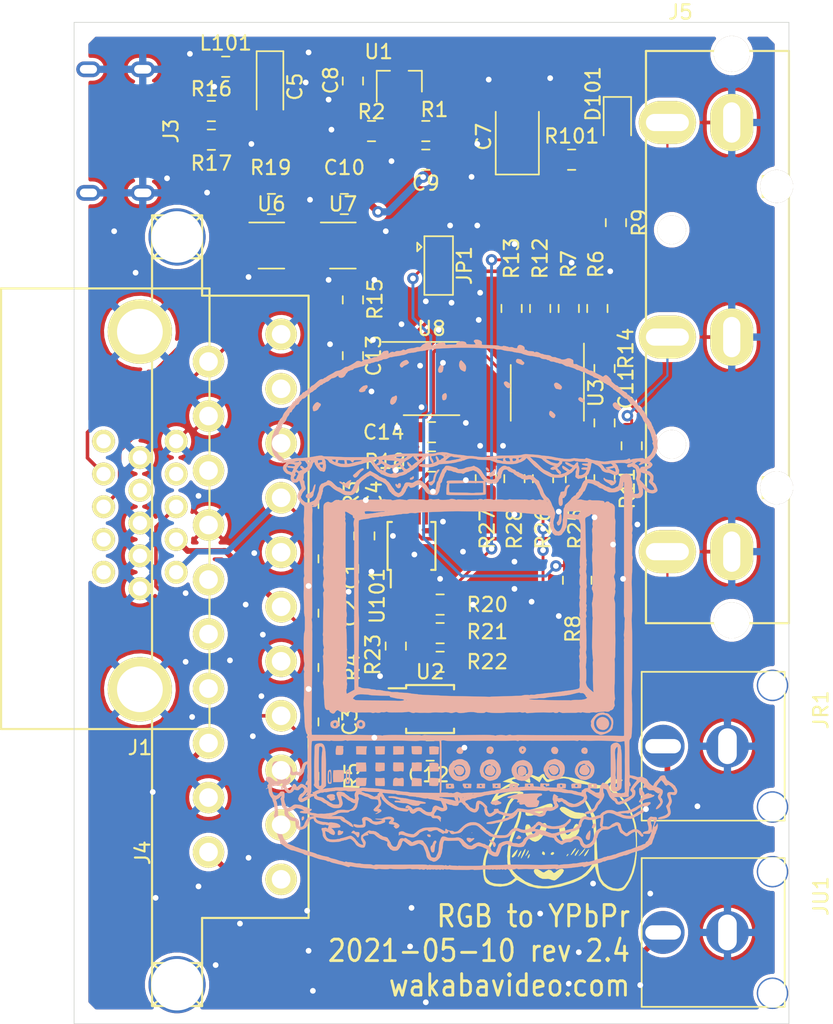
<source format=kicad_pcb>
(kicad_pcb (version 20171130) (host pcbnew "(5.1.9)-1")
  (layers (0 F.Cu signal) (31 B.Cu signal) (34 B.Paste user hide) (35 F.Paste user hide) (36 B.SilkS user) (37 F.SilkS user) (38 B.Mask user hide) (39 F.Mask user hide) (44 Edge.Cuts user))
  (net 0 "")
  (net 1 "Net-(C1-Pad1)")
  (net 2 /Red)
  (net 3 "Net-(C2-Pad1)")
  (net 4 /Green)
  (net 5 "Net-(C3-Pad1)")
  (net 6 /Blue)
  (net 7 VCC)
  (net 8 "Net-(R1-Pad2)")
  (net 9 GND)
  (net 10 +5V)
  (net 11 "Net-(J1-Pad15)")
  (net 12 "Net-(J1-Pad11)")
  (net 13 "Net-(J1-Pad4)")
  (net 14 "Net-(C13-Pad2)")
  (net 15 /HSYNC)
  (net 16 /VSYNC)
  (net 17 VS)
  (net 18 /STRIP_CSYNC)
  (net 19 /SYNC)
  (net 20 /VGA_CSYNC)
  (net 21 "Net-(J3-PadB5)")
  (net 22 "Net-(J3-PadA5)")
  (net 23 "Net-(U6-Pad4)")
  (net 24 "Net-(U8-Pad7)")
  (net 25 "Net-(U8-Pad5)")
  (net 26 "Net-(U8-Pad3)")
  (net 27 "Net-(C14-Pad1)")
  (net 28 "Net-(J4-Pad1)")
  (net 29 "Net-(J4-Pad19)")
  (net 30 "Net-(J4-Pad16)")
  (net 31 "Net-(J4-Pad12)")
  (net 32 "Net-(J4-Pad10)")
  (net 33 "Net-(J4-Pad6)")
  (net 34 "Net-(J4-Pad3)")
  (net 35 "Net-(J4-Pad2)")
  (net 36 "Net-(J5-Pad1)")
  (net 37 "Net-(J5-Pad3)")
  (net 38 "Net-(J5-Pad2)")
  (net 39 "Net-(J1-Pad12)")
  (net 40 /2R)
  (net 41 "Net-(R20-Pad1)")
  (net 42 /2G)
  (net 43 /2B)
  (net 44 /2Y)
  (net 45 "Net-(R12-Pad2)")
  (net 46 "Net-(R24-Pad1)")
  (net 47 "Net-(R26-Pad2)")
  (net 48 /2Pr)
  (net 49 /2Pb)
  (net 50 "Net-(R14-Pad1)")
  (net 51 "Net-(J1-Pad9)")
  (net 52 "Net-(U2-Pad10)")
  (net 53 "Net-(U101-Pad10)")
  (net 54 "Net-(U101-Pad7)")
  (net 55 "Net-(U101-Pad6)")
  (net 56 "Net-(D101-Pad2)")
  (net 57 "Net-(J3-PadA9)")
  (module Package_SO:SOIC-8_3.9x4.9mm_P1.27mm (layer F.Cu) (at 53 65.9 270)
    (fp_text reference U3 (at 0 -3.4 90) (layer F.SilkS))
    (fp_text value RS8752XK)
    (pad 8 smd roundrect (at 2.475 -1.905 270) (size 1.95 0.6) (layers F.Cu F.Paste F.Mask) (net 7 VCC))
    (pad 7 smd roundrect (at 2.475 -0.635 270) (size 1.95 0.6) (layers F.Cu F.Paste F.Mask) (net 49 /2Pb))
    (pad 6 smd roundrect (at 2.475 0.635 270) (size 1.95 0.6) (layers F.Cu F.Paste F.Mask) (net 46 "Net-(R24-Pad1)"))
    (pad 5 smd roundrect (at 2.475 1.905 270) (size 1.95 0.6) (layers F.Cu F.Paste F.Mask) (net 47 "Net-(R26-Pad2)"))
    (pad 4 smd roundrect (at -2.475 1.905 270) (size 1.95 0.6) (layers F.Cu F.Paste F.Mask) (net 9 GND))
    (pad 3 smd roundrect (at -2.475 0.635 270) (size 1.95 0.6) (layers F.Cu F.Paste F.Mask) (net 45 "Net-(R12-Pad2)"))
    (pad 2 smd roundrect (at -2.475 -0.635 270) (size 1.95 0.6) (layers F.Cu F.Paste F.Mask) (net 50 "Net-(R14-Pad1)"))
    (pad 1 smd roundrect (at -2.475 -1.905 270) (size 1.95 0.6) (layers F.Cu F.Paste F.Mask) (net 48 /2Pr))
  )
  (module videobits:3xRCA_CONN_SINGLE (layer F.Cu) (at 65.9 62 90)
    (fp_text reference J5 (at 22.71522 -3.5814) (layer F.SilkS))
    (fp_text value 3xRCA_CONN)
    (pad "" thru_hole circle (at 7.5 -4.2 90) (size 2 2) (drill 2) (layers *.Cu *.Mask F.SilkS))
    (pad "" thru_hole circle (at -7.5 -4.2 90) (size 2 2) (drill 2) (layers *.Cu *.Mask F.SilkS))
    (pad "" thru_hole circle (at -10.53338 3.14452 90) (size 2.3 2.3) (drill 2.3) (layers *.Cu *.Mask F.SilkS))
    (pad "" thru_hole circle (at 10.53338 3.14452 90) (size 2.3 2.3) (drill 2.3) (layers *.Cu *.Mask F.SilkS))
    (pad 2 thru_hole oval (at 15 -4.5 90) (size 3 4) (drill oval 1.2 3) (layers *.Cu *.Mask F.SilkS) (net 38 "Net-(J5-Pad2)"))
    (pad 3 thru_hole oval (at -15 -4.5 90) (size 3 4) (drill oval 1.2 3) (layers *.Cu *.Mask F.SilkS) (net 37 "Net-(J5-Pad3)"))
    (pad 4 thru_hole oval (at -15 0 90) (size 4 3) (drill oval 2.82 1.2) (layers *.Cu *.Mask F.SilkS) (net 9 GND))
    (pad 4 thru_hole oval (at 0 0 90) (size 4 3) (drill oval 2.82 1.2) (layers *.Cu *.Mask F.SilkS) (net 9 GND))
    (pad 4 thru_hole oval (at 15 0 90) (size 4 3) (drill oval 2.82 1.2) (layers *.Cu *.Mask F.SilkS) (net 9 GND))
    (pad "" thru_hole oval (at 19.8 0 90) (size 2.5 2.5) (drill 2.5) (layers *.Cu *.Mask F.SilkS))
    (pad "" thru_hole oval (at -19.8 0 90) (size 2.5 2.5) (drill 2.5) (layers *.Cu *.Mask F.SilkS))
    (pad 1 thru_hole oval (at 0 -4.5 90) (size 3 4) (drill oval 1.2 3) (layers *.Cu *.Mask F.SilkS) (net 36 "Net-(J5-Pad1)"))
  )
  (module videobits:borgar (layer B.Cu) (at 47.7 80.7 180)
    (fp_text reference GOTE2 hide)
    (fp_text value Fiducial hide)
  )
  (module Inductor_SMD:L_0805_2012Metric_Pad1.15x1.40mm_HandSolder (layer F.Cu) (at 30.5 43.1)
    (fp_text reference L101 (at 0 -1.65) (layer F.SilkS))
    (fp_text value 10u)
    (pad 2 smd roundrect (at 1.025 0) (size 1.15 1.4) (layers F.Cu F.Paste F.Mask) (roundrect_rratio 0.2173904347826087) (net 10 +5V))
    (pad 1 smd roundrect (at -1.025 0) (size 1.15 1.4) (layers F.Cu F.Paste F.Mask) (roundrect_rratio 0.2173904347826087) (net 57 "Net-(J3-PadA9)"))
  )
  (module Resistor_SMD:R_0805_2012Metric_Pad1.15x1.40mm_HandSolder (layer F.Cu) (at 54.7 49.6)
    (fp_text reference R101 (at 0 -1.65) (layer F.SilkS))
    (fp_text value 1k)
    (pad 2 smd roundrect (at 1.025 0) (size 1.15 1.4) (layers F.Cu F.Paste F.Mask) (roundrect_rratio 0.2173904347826087) (net 56 "Net-(D101-Pad2)"))
    (pad 1 smd roundrect (at -1.025 0) (size 1.15 1.4) (layers F.Cu F.Paste F.Mask) (roundrect_rratio 0.2173904347826087) (net 7 VCC))
  )
  (module Resistor_SMD:R_0805_2012Metric_Pad1.15x1.40mm_HandSolder (layer F.Cu) (at 58.9 69.6 270)
    (fp_text reference R11 (at 3 0.3 90) (layer F.SilkS))
    (fp_text value 75)
    (pad 2 smd roundrect (at 1.025 0 270) (size 1.15 1.4) (layers F.Cu F.Paste F.Mask) (roundrect_rratio 0.2173904347826087) (net 49 /2Pb))
    (pad 1 smd roundrect (at -1.025 0 270) (size 1.15 1.4) (layers F.Cu F.Paste F.Mask) (roundrect_rratio 0.2173904347826087) (net 36 "Net-(J5-Pad1)"))
  )
  (module LED_SMD:LED_0805_2012Metric (layer F.Cu) (at 57.9 46.9 270)
    (fp_text reference D101 (at -1.9 1.7 90) (layer F.SilkS))
    (fp_text value LED)
    (pad 2 smd roundrect (at 0.9375 0 270) (size 0.975 1.4) (layers F.Cu F.Paste F.Mask) (net 56 "Net-(D101-Pad2)"))
    (pad 1 smd roundrect (at -0.9375 0 270) (size 0.975 1.4) (layers F.Cu F.Paste F.Mask) (net 9 GND))
  )
  (module Resistor_SMD:R_0805_2012Metric_Pad1.15x1.40mm_HandSolder (layer F.Cu) (at 52.5 60 270)
    (fp_text reference R12 (at -3.5 0 90) (layer F.SilkS))
    (fp_text value 4k7)
    (pad 2 smd roundrect (at 1.025 0 270) (size 1.15 1.4) (layers F.Cu F.Paste F.Mask) (roundrect_rratio 0.2173904347826087) (net 45 "Net-(R12-Pad2)"))
    (pad 1 smd roundrect (at -1.025 0 270) (size 1.15 1.4) (layers F.Cu F.Paste F.Mask) (roundrect_rratio 0.2173904347826087) (net 7 VCC))
  )
  (module Package_SO:MSOP-10_3x3mm_P0.5mm (layer F.Cu) (at 43.5 76.6 90)
    (fp_text reference U101 (at -3.5 -2.4 90) (layer F.SilkS))
    (fp_text value TPF144-VR)
    (pad 10 smd rect (at 2.2 -1 90) (size 1.4 0.3) (layers F.Cu F.Paste F.Mask) (net 53 "Net-(U101-Pad10)"))
    (pad 9 smd rect (at 2.2 -0.5 90) (size 1.4 0.3) (layers F.Cu F.Paste F.Mask) (net 9 GND))
    (pad 8 smd rect (at 2.2 0 90) (size 1.4 0.3) (layers F.Cu F.Paste F.Mask) (net 44 /2Y))
    (pad 7 smd rect (at 2.2 0.5 90) (size 1.4 0.3) (layers F.Cu F.Paste F.Mask) (net 54 "Net-(U101-Pad7)"))
    (pad 6 smd rect (at 2.2 1 90) (size 1.4 0.3) (layers F.Cu F.Paste F.Mask) (net 55 "Net-(U101-Pad6)"))
    (pad 5 smd rect (at -2.2 1 90) (size 1.4 0.3) (layers F.Cu F.Paste F.Mask) (net 9 GND))
    (pad 4 smd rect (at -2.2 0.5 90) (size 1.4 0.3) (layers F.Cu F.Paste F.Mask) (net 9 GND))
    (pad 3 smd rect (at -2.2 0 90) (size 1.4 0.3) (layers F.Cu F.Paste F.Mask) (net 41 "Net-(R20-Pad1)"))
    (pad 2 smd rect (at -2.2 -0.5 90) (size 1.4 0.3) (layers F.Cu F.Paste F.Mask) (net 7 VCC))
    (pad 1 smd rect (at -2.2 -1 90) (size 1.4 0.3) (layers F.Cu F.Paste F.Mask) (net 9 GND))
  )
  (module Capacitor_Tantalum_SMD:CP_EIA-3216-18_Kemet-A_Pad1.58x1.35mm_HandSolder (layer F.Cu) (at 33.6 44.5 270)
    (fp_text reference C5 (at 0 -1.75 90) (layer F.SilkS))
    (fp_text value 10u)
    (pad 2 smd roundrect (at 1.4375 0 270) (size 1.575 1.35) (layers F.Cu F.Paste F.Mask) (roundrect_rratio 0.1851844444444445) (net 9 GND))
    (pad 1 smd roundrect (at -1.4375 0 270) (size 1.575 1.35) (layers F.Cu F.Paste F.Mask) (roundrect_rratio 0.1851844444444445) (net 10 +5V))
  )
  (module Capacitor_Tantalum_SMD:CP_EIA-3528-21_Kemet-B_Pad1.50x2.35mm_HandSolder (layer F.Cu) (at 50.9 48 90)
    (fp_text reference C7 (at 0 -2.35 90) (layer F.SilkS))
    (fp_text value 100u)
    (pad 2 smd roundrect (at 1.625 0 90) (size 1.5 2.35) (layers F.Cu F.Paste F.Mask) (roundrect_rratio 0.1666666666666667) (net 9 GND))
    (pad 1 smd roundrect (at -1.625 0 90) (size 1.5 2.35) (layers F.Cu F.Paste F.Mask) (roundrect_rratio 0.1666666666666667) (net 7 VCC))
  )
  (module Package_TO_SOT_SMD:SOT-23-5 (layer F.Cu) (at 38.7 55.6)
    (fp_text reference U7 (at 0 -2.9) (layer F.SilkS))
    (fp_text value 74AHCT1G86)
    (pad 5 smd rect (at 1.1 -0.95) (size 1.06 0.65) (layers F.Cu F.Paste F.Mask) (net 7 VCC))
    (pad 4 smd rect (at 1.1 0.95) (size 1.06 0.65) (layers F.Cu F.Paste F.Mask) (net 20 /VGA_CSYNC))
    (pad 3 smd rect (at -1.1 0.95) (size 1.06 0.65) (layers F.Cu F.Paste F.Mask) (net 9 GND))
    (pad 2 smd rect (at -1.1 0) (size 1.06 0.65) (layers F.Cu F.Paste F.Mask) (net 7 VCC))
    (pad 1 smd rect (at -1.1 -0.95) (size 1.06 0.65) (layers F.Cu F.Paste F.Mask) (net 23 "Net-(U6-Pad4)"))
  )
  (module Package_TO_SOT_SMD:SOT-23-5 (layer F.Cu) (at 33.7 55.6)
    (fp_text reference U6 (at 0 -2.9) (layer F.SilkS))
    (fp_text value 74AHCT1G86)
    (pad 5 smd rect (at 1.1 -0.95) (size 1.06 0.65) (layers F.Cu F.Paste F.Mask) (net 7 VCC))
    (pad 4 smd rect (at 1.1 0.95) (size 1.06 0.65) (layers F.Cu F.Paste F.Mask) (net 23 "Net-(U6-Pad4)"))
    (pad 3 smd rect (at -1.1 0.95) (size 1.06 0.65) (layers F.Cu F.Paste F.Mask) (net 9 GND))
    (pad 2 smd rect (at -1.1 0) (size 1.06 0.65) (layers F.Cu F.Paste F.Mask) (net 16 /VSYNC))
    (pad 1 smd rect (at -1.1 -0.95) (size 1.06 0.65) (layers F.Cu F.Paste F.Mask) (net 15 /HSYNC))
  )
  (module Package_SO:MSOP-10_3x3mm_P0.5mm (layer F.Cu) (at 44.8 88)
    (fp_text reference U2 (at 0 -2.6) (layer F.SilkS))
    (fp_text value TPF144-VR)
    (pad 10 smd rect (at 2.2 -1) (size 1.4 0.3) (layers F.Cu F.Paste F.Mask) (net 52 "Net-(U2-Pad10)"))
    (pad 9 smd rect (at 2.2 -0.5) (size 1.4 0.3) (layers F.Cu F.Paste F.Mask) (net 9 GND))
    (pad 8 smd rect (at 2.2 0) (size 1.4 0.3) (layers F.Cu F.Paste F.Mask) (net 40 /2R))
    (pad 7 smd rect (at 2.2 0.5) (size 1.4 0.3) (layers F.Cu F.Paste F.Mask) (net 42 /2G))
    (pad 6 smd rect (at 2.2 1) (size 1.4 0.3) (layers F.Cu F.Paste F.Mask) (net 43 /2B))
    (pad 5 smd rect (at -2.2 1) (size 1.4 0.3) (layers F.Cu F.Paste F.Mask) (net 5 "Net-(C3-Pad1)"))
    (pad 4 smd rect (at -2.2 0.5) (size 1.4 0.3) (layers F.Cu F.Paste F.Mask) (net 3 "Net-(C2-Pad1)"))
    (pad 3 smd rect (at -2.2 0) (size 1.4 0.3) (layers F.Cu F.Paste F.Mask) (net 1 "Net-(C1-Pad1)"))
    (pad 2 smd rect (at -2.2 -0.5) (size 1.4 0.3) (layers F.Cu F.Paste F.Mask) (net 7 VCC))
    (pad 1 smd rect (at -2.2 -1) (size 1.4 0.3) (layers F.Cu F.Paste F.Mask) (net 9 GND))
  )
  (module Resistor_SMD:R_0805_2012Metric_Pad1.15x1.40mm_HandSolder (layer F.Cu) (at 56.8 79 90)
    (fp_text reference R10 (at -3.4 0 90) (layer F.SilkS))
    (fp_text value 75)
    (pad 2 smd roundrect (at 1.025 0 90) (size 1.15 1.4) (layers F.Cu F.Paste F.Mask) (roundrect_rratio 0.2173904347826087) (net 44 /2Y))
    (pad 1 smd roundrect (at -1.025 0 90) (size 1.15 1.4) (layers F.Cu F.Paste F.Mask) (roundrect_rratio 0.2173904347826087) (net 37 "Net-(J5-Pad3)"))
  )
  (module Resistor_SMD:R_0805_2012Metric_Pad1.15x1.40mm_HandSolder (layer F.Cu) (at 57.8 54 270)
    (fp_text reference R9 (at 0 -1.65 90) (layer F.SilkS))
    (fp_text value 75)
    (pad 2 smd roundrect (at 1.025 0 270) (size 1.15 1.4) (layers F.Cu F.Paste F.Mask) (roundrect_rratio 0.2173904347826087) (net 48 /2Pr))
    (pad 1 smd roundrect (at -1.025 0 270) (size 1.15 1.4) (layers F.Cu F.Paste F.Mask) (roundrect_rratio 0.2173904347826087) (net 38 "Net-(J5-Pad2)"))
  )
  (module Resistor_SMD:R_0805_2012Metric_Pad1.15x1.40mm_HandSolder (layer F.Cu) (at 54.8 79 90)
    (fp_text reference R8 (at -3.4 0 90) (layer F.SilkS))
    (fp_text value 510)
    (pad 2 smd roundrect (at 1.025 0 90) (size 1.15 1.4) (layers F.Cu F.Paste F.Mask) (roundrect_rratio 0.2173904347826087) (net 19 /SYNC))
    (pad 1 smd roundrect (at -1.025 0 90) (size 1.15 1.4) (layers F.Cu F.Paste F.Mask) (roundrect_rratio 0.2173904347826087) (net 37 "Net-(J5-Pad3)"))
  )
  (module videobits:uwuriel (layer F.Cu) (at 53.9 96.6)
    (fp_text reference GOTE1 hide)
    (fp_text value Fiducial hide)
  )
  (module Jumper:SolderJumper-3_P1.3mm_Bridged12_Pad1.0x1.5mm (layer F.Cu) (at 45.4 57 270)
    (fp_text reference JP1 (at 0 -1.8 90) (layer F.SilkS))
    (fp_text value Jumper_3_Bridged12)
    (fp_poly (pts (xy -0.9 -0.3) (xy -0.4 -0.3) (xy -0.4 0.3) (xy -0.9 0.3)) (layer F.Cu) (width 0))
    (pad 2 smd rect (at 0 0 270) (size 1 1.5) (layers F.Cu F.Mask) (net 19 /SYNC))
    (pad 3 smd rect (at 1.3 0 270) (size 1 1.5) (layers F.Cu F.Mask) (net 18 /STRIP_CSYNC))
    (pad 1 smd rect (at -1.3 0 270) (size 1 1.5) (layers F.Cu F.Mask) (net 20 /VGA_CSYNC))
  )
  (module Capacitor_SMD:C_0805_2012Metric_Pad1.15x1.40mm_HandSolder (layer F.Cu) (at 40.2 75.9 90)
    (fp_text reference C4 (at 2.9 0.7 90) (layer F.SilkS))
    (fp_text value 100n)
    (pad 2 smd roundrect (at 1.025 0 90) (size 1.15 1.4) (layers F.Cu F.Paste F.Mask) (roundrect_rratio 0.2173904347826087) (net 9 GND))
    (pad 1 smd roundrect (at -1.025 0 90) (size 1.15 1.4) (layers F.Cu F.Paste F.Mask) (roundrect_rratio 0.2173904347826087) (net 7 VCC))
  )
  (module Resistor_SMD:R_0805_2012Metric_Pad1.15x1.40mm_HandSolder (layer F.Cu) (at 50.7 71.9 90)
    (fp_text reference R28 (at -3.5 0 90) (layer F.SilkS))
    (fp_text value 1k27)
    (pad 2 smd roundrect (at 1.025 0 90) (size 1.15 1.4) (layers F.Cu F.Paste F.Mask) (roundrect_rratio 0.2173904347826087) (net 47 "Net-(R26-Pad2)"))
    (pad 1 smd roundrect (at -1.025 0 90) (size 1.15 1.4) (layers F.Cu F.Paste F.Mask) (roundrect_rratio 0.2173904347826087) (net 9 GND))
  )
  (module Resistor_SMD:R_0805_2012Metric_Pad1.15x1.40mm_HandSolder (layer F.Cu) (at 48.7 71.9 90)
    (fp_text reference R27 (at -3.5 0.1 90) (layer F.SilkS))
    (fp_text value 4k7)
    (pad 2 smd roundrect (at 1.025 0 90) (size 1.15 1.4) (layers F.Cu F.Paste F.Mask) (roundrect_rratio 0.2173904347826087) (net 47 "Net-(R26-Pad2)"))
    (pad 1 smd roundrect (at -1.025 0 90) (size 1.15 1.4) (layers F.Cu F.Paste F.Mask) (roundrect_rratio 0.2173904347826087) (net 7 VCC))
  )
  (module Resistor_SMD:R_0805_2012Metric_Pad1.15x1.40mm_HandSolder (layer F.Cu) (at 52.7 71.9 90)
    (fp_text reference R26 (at -3.5 0 90) (layer F.SilkS))
    (fp_text value 1k77)
    (pad 2 smd roundrect (at 1.025 0 90) (size 1.15 1.4) (layers F.Cu F.Paste F.Mask) (roundrect_rratio 0.2173904347826087) (net 47 "Net-(R26-Pad2)"))
    (pad 1 smd roundrect (at -1.025 0 90) (size 1.15 1.4) (layers F.Cu F.Paste F.Mask) (roundrect_rratio 0.2173904347826087) (net 43 /2B))
  )
  (module Resistor_SMD:R_0805_2012Metric_Pad1.15x1.40mm_HandSolder (layer F.Cu) (at 55 71.9 90)
    (fp_text reference R25 (at -3.5 0 90) (layer F.SilkS))
    (fp_text value 1k77)
    (pad 2 smd roundrect (at 1.025 0 90) (size 1.15 1.4) (layers F.Cu F.Paste F.Mask) (roundrect_rratio 0.2173904347826087) (net 46 "Net-(R24-Pad1)"))
    (pad 1 smd roundrect (at -1.025 0 90) (size 1.15 1.4) (layers F.Cu F.Paste F.Mask) (roundrect_rratio 0.2173904347826087) (net 44 /2Y))
  )
  (module Resistor_SMD:R_0805_2012Metric_Pad1.15x1.40mm_HandSolder (layer F.Cu) (at 57 71.9 90)
    (fp_text reference R24 (at -3.5 0 90) (layer F.SilkS))
    (fp_text value 1k)
    (pad 2 smd roundrect (at 1.025 0 90) (size 1.15 1.4) (layers F.Cu F.Paste F.Mask) (roundrect_rratio 0.2173904347826087) (net 49 /2Pb))
    (pad 1 smd roundrect (at -1.025 0 90) (size 1.15 1.4) (layers F.Cu F.Paste F.Mask) (roundrect_rratio 0.2173904347826087) (net 46 "Net-(R24-Pad1)"))
  )
  (module Resistor_SMD:R_0805_2012Metric_Pad1.15x1.40mm_HandSolder (layer F.Cu) (at 57 64.2 90)
    (fp_text reference R14 (at 1.4 1.5 90) (layer F.SilkS))
    (fp_text value 1k)
    (pad 2 smd roundrect (at 1.025 0 90) (size 1.15 1.4) (layers F.Cu F.Paste F.Mask) (roundrect_rratio 0.2173904347826087) (net 48 /2Pr))
    (pad 1 smd roundrect (at -1.025 0 90) (size 1.15 1.4) (layers F.Cu F.Paste F.Mask) (roundrect_rratio 0.2173904347826087) (net 50 "Net-(R14-Pad1)"))
  )
  (module Resistor_SMD:R_0805_2012Metric_Pad1.15x1.40mm_HandSolder (layer F.Cu) (at 50.5 60 270)
    (fp_text reference R13 (at -3.5 0 90) (layer F.SilkS))
    (fp_text value 1k27)
    (pad 2 smd roundrect (at 1.025 0 270) (size 1.15 1.4) (layers F.Cu F.Paste F.Mask) (roundrect_rratio 0.2173904347826087) (net 45 "Net-(R12-Pad2)"))
    (pad 1 smd roundrect (at -1.025 0 270) (size 1.15 1.4) (layers F.Cu F.Paste F.Mask) (roundrect_rratio 0.2173904347826087) (net 9 GND))
  )
  (module Resistor_SMD:R_0805_2012Metric_Pad1.15x1.40mm_HandSolder (layer F.Cu) (at 54.5 60 270)
    (fp_text reference R7 (at -3.1 0 90) (layer F.SilkS))
    (fp_text value 1k402)
    (pad 2 smd roundrect (at 1.025 0 270) (size 1.15 1.4) (layers F.Cu F.Paste F.Mask) (roundrect_rratio 0.2173904347826087) (net 45 "Net-(R12-Pad2)"))
    (pad 1 smd roundrect (at -1.025 0 270) (size 1.15 1.4) (layers F.Cu F.Paste F.Mask) (roundrect_rratio 0.2173904347826087) (net 40 /2R))
  )
  (module Resistor_SMD:R_0805_2012Metric_Pad1.15x1.40mm_HandSolder (layer F.Cu) (at 56.5 60 270)
    (fp_text reference R6 (at -3.1 0.1 90) (layer F.SilkS))
    (fp_text value 1k402)
    (pad 2 smd roundrect (at 1.025 0 270) (size 1.15 1.4) (layers F.Cu F.Paste F.Mask) (roundrect_rratio 0.2173904347826087) (net 50 "Net-(R14-Pad1)"))
    (pad 1 smd roundrect (at -1.025 0 270) (size 1.15 1.4) (layers F.Cu F.Paste F.Mask) (roundrect_rratio 0.2173904347826087) (net 44 /2Y))
  )
  (module Resistor_SMD:R_0805_2012Metric_Pad1.15x1.40mm_HandSolder (layer F.Cu) (at 42.4 83.6 90)
    (fp_text reference R23 (at -0.6 -1.6 90) (layer F.SilkS))
    (fp_text value 300)
    (pad 2 smd roundrect (at 1.025 0 90) (size 1.15 1.4) (layers F.Cu F.Paste F.Mask) (roundrect_rratio 0.2173904347826087) (net 41 "Net-(R20-Pad1)"))
    (pad 1 smd roundrect (at -1.025 0 90) (size 1.15 1.4) (layers F.Cu F.Paste F.Mask) (roundrect_rratio 0.2173904347826087) (net 9 GND))
  )
  (module Resistor_SMD:R_0805_2012Metric_Pad1.15x1.40mm_HandSolder (layer F.Cu) (at 45.5 84.7)
    (fp_text reference R22 (at 3.3 0) (layer F.SilkS))
    (fp_text value 2740)
    (pad 2 smd roundrect (at 1.025 0) (size 1.15 1.4) (layers F.Cu F.Paste F.Mask) (roundrect_rratio 0.2173904347826087) (net 43 /2B))
    (pad 1 smd roundrect (at -1.025 0) (size 1.15 1.4) (layers F.Cu F.Paste F.Mask) (roundrect_rratio 0.2173904347826087) (net 41 "Net-(R20-Pad1)"))
  )
  (module Resistor_SMD:R_0805_2012Metric_Pad1.15x1.40mm_HandSolder (layer F.Cu) (at 45.5 82.7)
    (fp_text reference R21 (at 3.3 -0.1) (layer F.SilkS))
    (fp_text value 511)
    (pad 2 smd roundrect (at 1.025 0) (size 1.15 1.4) (layers F.Cu F.Paste F.Mask) (roundrect_rratio 0.2173904347826087) (net 42 /2G))
    (pad 1 smd roundrect (at -1.025 0) (size 1.15 1.4) (layers F.Cu F.Paste F.Mask) (roundrect_rratio 0.2173904347826087) (net 41 "Net-(R20-Pad1)"))
  )
  (module Resistor_SMD:R_0805_2012Metric_Pad1.15x1.40mm_HandSolder (layer F.Cu) (at 45.5 80.7)
    (fp_text reference R20 (at 3.3 0) (layer F.SilkS))
    (fp_text value 1k)
    (pad 2 smd roundrect (at 1.025 0) (size 1.15 1.4) (layers F.Cu F.Paste F.Mask) (roundrect_rratio 0.2173904347826087) (net 40 /2R))
    (pad 1 smd roundrect (at -1.025 0) (size 1.15 1.4) (layers F.Cu F.Paste F.Mask) (roundrect_rratio 0.2173904347826087) (net 41 "Net-(R20-Pad1)"))
  )
  (module videobits:Cheapo_RCA_single_edge (layer F.Cu) (at 69.6 90.6 270)
    (fp_text reference JR1 (at -2.54 -2.54 90) (layer F.SilkS))
    (fp_text value Conn_Coaxial)
    (pad "" np_thru_hole circle (at -4.25 0.85 270) (size 2.2 2.2) (drill 2) (layers *.Cu *.Mask))
    (pad "" np_thru_hole circle (at 4.25 0.85 270) (size 2.2 2.2) (drill 2) (layers *.Cu *.Mask))
    (pad 2 thru_hole oval (at 0 4 270) (size 3 3) (drill oval 2.5 1.3) (layers *.Cu *.Mask) (net 9 GND))
    (pad 1 thru_hole oval (at 0 8.5 270) (size 3 3) (drill oval 1 2.5) (layers *.Cu *.Mask) (net 35 "Net-(J4-Pad2)"))
  )
  (module videobits:Cheapo_RCA_single_edge (layer F.Cu) (at 69.6 103.62 270)
    (fp_text reference JU1 (at -2.54 -2.54 90) (layer F.SilkS))
    (fp_text value Conn_Coaxial)
    (pad "" np_thru_hole circle (at -4.25 0.85 270) (size 2.2 2.2) (drill 2) (layers *.Cu *.Mask))
    (pad "" np_thru_hole circle (at 4.25 0.85 270) (size 2.2 2.2) (drill 2) (layers *.Cu *.Mask))
    (pad 2 thru_hole oval (at 0 4 270) (size 3 3) (drill oval 2.5 1.3) (layers *.Cu *.Mask) (net 9 GND))
    (pad 1 thru_hole oval (at 0 8.5 270) (size 3 3) (drill oval 1 2.5) (layers *.Cu *.Mask) (net 33 "Net-(J4-Pad6)"))
  )
  (module Package_TO_SOT_SMD:SOT-23 (layer F.Cu) (at 42.646 44.142 90)
    (fp_text reference U1 (at 2.092 -1.446 180) (layer F.SilkS))
    (fp_text value SC6206B-65K5 hide)
    (pad 3 smd rect (at 1 0 90) (size 0.9 0.8) (layers F.Cu F.Paste F.Mask) (net 10 +5V))
    (pad 2 smd rect (at -1 0.95 90) (size 0.9 0.8) (layers F.Cu F.Paste F.Mask) (net 7 VCC))
    (pad 1 smd rect (at -1 -0.95 90) (size 0.9 0.8) (layers F.Cu F.Paste F.Mask) (net 8 "Net-(R1-Pad2)"))
  )
  (module Resistor_SMD:R_0805_2012Metric_Pad1.15x1.40mm_HandSolder (layer F.Cu) (at 44.5 47.6 180)
    (fp_text reference R1 (at -0.6 1.5 180) (layer F.SilkS))
    (fp_text value 1k)
    (pad 2 smd roundrect (at 1.025 0 180) (size 1.15 1.4) (layers F.Cu F.Paste F.Mask) (roundrect_rratio 0.2173904347826087) (net 8 "Net-(R1-Pad2)"))
    (pad 1 smd roundrect (at -1.025 0 180) (size 1.15 1.4) (layers F.Cu F.Paste F.Mask) (roundrect_rratio 0.2173904347826087) (net 7 VCC))
  )
  (module Resistor_SMD:R_0805_2012Metric_Pad1.15x1.40mm_HandSolder (layer F.Cu) (at 40.7 47.6 180)
    (fp_text reference R2 (at 0 1.35 180) (layer F.SilkS))
    (fp_text value 1k33)
    (pad 2 smd roundrect (at 1.025 0 180) (size 1.15 1.4) (layers F.Cu F.Paste F.Mask) (roundrect_rratio 0.2173904347826087) (net 9 GND))
    (pad 1 smd roundrect (at -1.025 0 180) (size 1.15 1.4) (layers F.Cu F.Paste F.Mask) (roundrect_rratio 0.2173904347826087) (net 8 "Net-(R1-Pad2)"))
  )
  (module Resistor_SMD:R_0805_2012Metric_Pad1.15x1.40mm_HandSolder (layer F.Cu) (at 37.7 73.7 90)
    (fp_text reference R3 (at 0.7 1.6 90) (layer F.SilkS))
    (fp_text value 75)
    (pad 2 smd roundrect (at 1.025 0 90) (size 1.15 1.4) (layers F.Cu F.Paste F.Mask) (roundrect_rratio 0.2173904347826087) (net 9 GND))
    (pad 1 smd roundrect (at -1.025 0 90) (size 1.15 1.4) (layers F.Cu F.Paste F.Mask) (roundrect_rratio 0.2173904347826087) (net 2 /Red))
  )
  (module Resistor_SMD:R_0805_2012Metric_Pad1.15x1.40mm_HandSolder (layer F.Cu) (at 37.7 85.1 270)
    (fp_text reference R4 (at 0 -1.65 90) (layer F.SilkS))
    (fp_text value 75)
    (pad 2 smd roundrect (at 1.025 0 270) (size 1.15 1.4) (layers F.Cu F.Paste F.Mask) (roundrect_rratio 0.2173904347826087) (net 9 GND))
    (pad 1 smd roundrect (at -1.025 0 270) (size 1.15 1.4) (layers F.Cu F.Paste F.Mask) (roundrect_rratio 0.2173904347826087) (net 4 /Green))
  )
  (module Resistor_SMD:R_0805_2012Metric_Pad1.15x1.40mm_HandSolder (layer F.Cu) (at 37.7 92.7 270)
    (fp_text reference R5 (at 0 -1.65 90) (layer F.SilkS))
    (fp_text value 75)
    (pad 2 smd roundrect (at 1.025 0 270) (size 1.15 1.4) (layers F.Cu F.Paste F.Mask) (roundrect_rratio 0.2173904347826087) (net 9 GND))
    (pad 1 smd roundrect (at -1.025 0 270) (size 1.15 1.4) (layers F.Cu F.Paste F.Mask) (roundrect_rratio 0.2173904347826087) (net 6 /Blue))
  )
  (module Capacitor_SMD:C_0805_2012Metric_Pad1.15x1.40mm_HandSolder (layer F.Cu) (at 37.7 77.5 90)
    (fp_text reference C1 (at -1.2 1.6 90) (layer F.SilkS))
    (fp_text value 1u)
    (pad 2 smd roundrect (at 1.025 0 90) (size 1.15 1.4) (layers F.Cu F.Paste F.Mask) (roundrect_rratio 0.2173904347826087) (net 2 /Red))
    (pad 1 smd roundrect (at -1.025 0 90) (size 1.15 1.4) (layers F.Cu F.Paste F.Mask) (roundrect_rratio 0.2173904347826087) (net 1 "Net-(C1-Pad1)"))
  )
  (module Capacitor_SMD:C_0805_2012Metric_Pad1.15x1.40mm_HandSolder (layer F.Cu) (at 37.7 81.3 270)
    (fp_text reference C2 (at 0 -1.5 90) (layer F.SilkS))
    (fp_text value 1u)
    (pad 2 smd roundrect (at 1.025 0 270) (size 1.15 1.4) (layers F.Cu F.Paste F.Mask) (roundrect_rratio 0.2173904347826087) (net 4 /Green))
    (pad 1 smd roundrect (at -1.025 0 270) (size 1.15 1.4) (layers F.Cu F.Paste F.Mask) (roundrect_rratio 0.2173904347826087) (net 3 "Net-(C2-Pad1)"))
  )
  (module Capacitor_SMD:C_0805_2012Metric_Pad1.15x1.40mm_HandSolder (layer F.Cu) (at 37.7 88.9 270)
    (fp_text reference C3 (at 0 -1.5 90) (layer F.SilkS))
    (fp_text value 1u)
    (pad 2 smd roundrect (at 1.025 0 270) (size 1.15 1.4) (layers F.Cu F.Paste F.Mask) (roundrect_rratio 0.2173904347826087) (net 6 /Blue))
    (pad 1 smd roundrect (at -1.025 0 270) (size 1.15 1.4) (layers F.Cu F.Paste F.Mask) (roundrect_rratio 0.2173904347826087) (net 5 "Net-(C3-Pad1)"))
  )
  (module custom_components:VGA_CONN (layer F.Cu) (at 24.5 75 270)
    (fp_text reference J1 (at 15.70228 -0.00508) (layer F.SilkS))
    (fp_text value VGA)
    (pad 10 thru_hole circle (at -13.38 0 270) (size 4.5 4.5) (drill 3.2) (layers *.Cu *.Mask F.SilkS) (net 9 GND))
    (pad 10 thru_hole circle (at 11.62 0 270) (size 4.5 4.5) (drill 3.2) (layers *.Cu *.Mask F.SilkS) (net 9 GND))
    (pad 15 thru_hole circle (at -5.72 2.54 270) (size 1.6 1.6) (drill 1) (layers *.Cu *.Mask F.SilkS) (net 11 "Net-(J1-Pad15)"))
    (pad 14 thru_hole circle (at -3.43 2.54 270) (size 1.6 1.6) (drill 1) (layers *.Cu *.Mask F.SilkS) (net 16 /VSYNC))
    (pad 13 thru_hole circle (at -1.14 2.54 270) (size 1.6 1.6) (drill 1) (layers *.Cu *.Mask F.SilkS) (net 15 /HSYNC))
    (pad 12 thru_hole circle (at 1.15 2.54 270) (size 1.6 1.6) (drill 1) (layers *.Cu *.Mask F.SilkS) (net 39 "Net-(J1-Pad12)"))
    (pad 11 thru_hole circle (at 3.44 2.54 270) (size 1.6 1.6) (drill 1) (layers *.Cu *.Mask F.SilkS) (net 12 "Net-(J1-Pad11)"))
    (pad 7 thru_hole circle (at 2.29 0 270) (size 1.6 1.6) (drill 1) (layers *.Cu *.Mask F.SilkS) (net 9 GND))
    (pad 6 thru_hole circle (at 4.58 0 270) (size 1.6 1.6) (drill 1) (layers *.Cu *.Mask F.SilkS) (net 9 GND))
    (pad 5 thru_hole circle (at -5.72 -2.54 270) (size 1.6 1.6) (drill 1) (layers *.Cu *.Mask F.SilkS) (net 9 GND))
    (pad 4 thru_hole circle (at -3.43 -2.54 270) (size 1.6 1.6) (drill 1) (layers *.Cu *.Mask F.SilkS) (net 13 "Net-(J1-Pad4)"))
    (pad 3 thru_hole circle (at -1.14 -2.54 270) (size 1.6 1.6) (drill 1) (layers *.Cu *.Mask F.SilkS) (net 6 /Blue))
    (pad 2 thru_hole circle (at 1.15 -2.54 270) (size 1.6 1.6) (drill 1) (layers *.Cu *.Mask F.SilkS) (net 4 /Green))
    (pad 1 thru_hole circle (at 3.44 -2.54 270) (size 1.6 1.6) (drill 1) (layers *.Cu *.Mask F.SilkS) (net 2 /Red))
    (pad 10 thru_hole circle (at -4.58 0 270) (size 1.6 1.6) (drill 1) (layers *.Cu *.Mask F.SilkS) (net 9 GND))
    (pad 9 thru_hole circle (at -2.29 0 270) (size 1.6 1.6) (drill 1) (layers *.Cu *.Mask F.SilkS) (net 51 "Net-(J1-Pad9)"))
    (pad 8 thru_hole circle (at 0 0 270) (size 1.6 1.6) (drill 1) (layers *.Cu *.Mask F.SilkS) (net 9 GND))
  )
  (module Capacitor_SMD:C_0805_2012Metric_Pad1.15x1.40mm_HandSolder (layer F.Cu) (at 39.4 44.1 270)
    (fp_text reference C8 (at -0.05 1.55 90) (layer F.SilkS))
    (fp_text value 100n)
    (pad 2 smd roundrect (at 1.025 0 270) (size 1.15 1.4) (layers F.Cu F.Paste F.Mask) (roundrect_rratio 0.2173904347826087) (net 9 GND))
    (pad 1 smd roundrect (at -1.025 0 270) (size 1.15 1.4) (layers F.Cu F.Paste F.Mask) (roundrect_rratio 0.2173904347826087) (net 10 +5V))
  )
  (module Capacitor_SMD:C_0805_2012Metric_Pad1.15x1.40mm_HandSolder (layer F.Cu) (at 44.5 49.6 180)
    (fp_text reference C9 (at 0 -1.65) (layer F.SilkS))
    (fp_text value 10u)
    (pad 2 smd roundrect (at 1.025 0 180) (size 1.15 1.4) (layers F.Cu F.Paste F.Mask) (roundrect_rratio 0.2173904347826087) (net 9 GND))
    (pad 1 smd roundrect (at -1.025 0 180) (size 1.15 1.4) (layers F.Cu F.Paste F.Mask) (roundrect_rratio 0.2173904347826087) (net 7 VCC))
  )
  (module Capacitor_SMD:C_0805_2012Metric_Pad1.15x1.40mm_HandSolder (layer F.Cu) (at 38.8 52.7 180)
    (fp_text reference C10 (at 0 2.55) (layer F.SilkS))
    (fp_text value 100n)
    (pad 2 smd roundrect (at 1.025 0 180) (size 1.15 1.4) (layers F.Cu F.Paste F.Mask) (roundrect_rratio 0.2173904347826087) (net 9 GND))
    (pad 1 smd roundrect (at -1.025 0 180) (size 1.15 1.4) (layers F.Cu F.Paste F.Mask) (roundrect_rratio 0.2173904347826087) (net 7 VCC))
  )
  (module Capacitor_SMD:C_0805_2012Metric_Pad1.15x1.40mm_HandSolder (layer F.Cu) (at 57 68 90)
    (fp_text reference C11 (at 2.4 1.5 90) (layer F.SilkS))
    (fp_text value 100n)
    (pad 2 smd roundrect (at 1.025 0 90) (size 1.15 1.4) (layers F.Cu F.Paste F.Mask) (roundrect_rratio 0.2173904347826087) (net 9 GND))
    (pad 1 smd roundrect (at -1.025 0 90) (size 1.15 1.4) (layers F.Cu F.Paste F.Mask) (roundrect_rratio 0.2173904347826087) (net 7 VCC))
  )
  (module Capacitor_SMD:C_0805_2012Metric_Pad1.15x1.40mm_HandSolder (layer F.Cu) (at 44.8 90.9)
    (fp_text reference C12 (at -0.1 1.7) (layer F.SilkS))
    (fp_text value 100n)
    (pad 2 smd roundrect (at 1.025 0) (size 1.15 1.4) (layers F.Cu F.Paste F.Mask) (roundrect_rratio 0.2173904347826087) (net 9 GND))
    (pad 1 smd roundrect (at -1.025 0) (size 1.15 1.4) (layers F.Cu F.Paste F.Mask) (roundrect_rratio 0.2173904347826087) (net 7 VCC))
  )
  (module Capacitor_SMD:C_0805_2012Metric_Pad1.15x1.40mm_HandSolder (layer F.Cu) (at 39.4 63.3 270)
    (fp_text reference C13 (at 0 -1.45 90) (layer F.SilkS))
    (fp_text value 100n)
    (pad 2 smd roundrect (at 1.025 0 270) (size 1.15 1.4) (layers F.Cu F.Paste F.Mask) (roundrect_rratio 0.2173904347826087) (net 14 "Net-(C13-Pad2)"))
    (pad 1 smd roundrect (at -1.025 0 270) (size 1.15 1.4) (layers F.Cu F.Paste F.Mask) (roundrect_rratio 0.2173904347826087) (net 15 /HSYNC))
  )
  (module Resistor_SMD:R_0805_2012Metric_Pad1.15x1.40mm_HandSolder (layer F.Cu) (at 39.4 59.4 90)
    (fp_text reference R15 (at 0.05 1.55 90) (layer F.SilkS))
    (fp_text value 75)
    (pad 2 smd roundrect (at 1.025 0 90) (size 1.15 1.4) (layers F.Cu F.Paste F.Mask) (roundrect_rratio 0.2173904347826087) (net 9 GND))
    (pad 1 smd roundrect (at -1.025 0 90) (size 1.15 1.4) (layers F.Cu F.Paste F.Mask) (roundrect_rratio 0.2173904347826087) (net 15 /HSYNC))
  )
  (module Resistor_SMD:R_0805_2012Metric_Pad1.15x1.40mm_HandSolder (layer F.Cu) (at 29.5 46.2 180)
    (fp_text reference R16 (at 0 1.55) (layer F.SilkS))
    (fp_text value 5k1)
    (pad 2 smd roundrect (at 1.025 0 180) (size 1.15 1.4) (layers F.Cu F.Paste F.Mask) (roundrect_rratio 0.2173904347826087) (net 22 "Net-(J3-PadA5)"))
    (pad 1 smd roundrect (at -1.025 0 180) (size 1.15 1.4) (layers F.Cu F.Paste F.Mask) (roundrect_rratio 0.2173904347826087) (net 9 GND))
  )
  (module Resistor_SMD:R_0805_2012Metric_Pad1.15x1.40mm_HandSolder (layer F.Cu) (at 29.5 48.2 180)
    (fp_text reference R17 (at 0 -1.65) (layer F.SilkS))
    (fp_text value 5k1)
    (pad 2 smd roundrect (at 1.025 0 180) (size 1.15 1.4) (layers F.Cu F.Paste F.Mask) (roundrect_rratio 0.2173904347826087) (net 21 "Net-(J3-PadB5)"))
    (pad 1 smd roundrect (at -1.025 0 180) (size 1.15 1.4) (layers F.Cu F.Paste F.Mask) (roundrect_rratio 0.2173904347826087) (net 9 GND))
  )
  (module Package_SO:SOIC-8_3.9x4.9mm_P1.27mm (layer F.Cu) (at 44.9 64.9)
    (fp_text reference U8 (at 0 -3.5) (layer F.SilkS))
    (fp_text value LM1881)
    (pad 8 smd roundrect (at 2.475 -1.905) (size 1.95 0.6) (layers F.Cu F.Paste F.Mask) (net 7 VCC))
    (pad 7 smd roundrect (at 2.475 -0.635) (size 1.95 0.6) (layers F.Cu F.Paste F.Mask) (net 24 "Net-(U8-Pad7)"))
    (pad 6 smd roundrect (at 2.475 0.635) (size 1.95 0.6) (layers F.Cu F.Paste F.Mask) (net 27 "Net-(C14-Pad1)"))
    (pad 5 smd roundrect (at 2.475 1.905) (size 1.95 0.6) (layers F.Cu F.Paste F.Mask) (net 25 "Net-(U8-Pad5)"))
    (pad 4 smd roundrect (at -2.475 1.905) (size 1.95 0.6) (layers F.Cu F.Paste F.Mask) (net 9 GND))
    (pad 3 smd roundrect (at -2.475 0.635) (size 1.95 0.6) (layers F.Cu F.Paste F.Mask) (net 26 "Net-(U8-Pad3)"))
    (pad 2 smd roundrect (at -2.475 -0.635) (size 1.95 0.6) (layers F.Cu F.Paste F.Mask) (net 14 "Net-(C13-Pad2)"))
    (pad 1 smd roundrect (at -2.475 -1.905) (size 1.95 0.6) (layers F.Cu F.Paste F.Mask) (net 18 /STRIP_CSYNC))
  )
  (module custom_components:SCART_CONN (layer F.Cu) (at 29.3 98 270)
    (fp_text reference J4 (at 0.05 4.6 90) (layer F.SilkS))
    (fp_text value SCART_CONN)
    (pad 1 thru_hole circle (at 1.905 -5.08 270) (size 2.2 2.2) (drill 1.3) (layers *.Cu *.Mask F.SilkS) (net 28 "Net-(J4-Pad1)"))
    (pad 21 thru_hole circle (at -36.195 -5.08 270) (size 2.2 2.2) (drill 1.3) (layers *.Cu *.Mask F.SilkS) (net 9 GND))
    (pad 18 thru_hole circle (at -30.48 0 270) (size 2.2 2.2) (drill 1.3) (layers *.Cu *.Mask F.SilkS) (net 9 GND))
    (pad 19 thru_hole circle (at -32.385 -5.08 270) (size 2.2 2.2) (drill 1.3) (layers *.Cu *.Mask F.SilkS) (net 29 "Net-(J4-Pad19)"))
    (pad 16 thru_hole circle (at -26.67 0 270) (size 2.2 2.2) (drill 1.3) (layers *.Cu *.Mask F.SilkS) (net 30 "Net-(J4-Pad16)"))
    (pad 17 thru_hole circle (at -28.575 -5.08 270) (size 2.2 2.2) (drill 1.3) (layers *.Cu *.Mask F.SilkS) (net 9 GND))
    (pad 14 thru_hole circle (at -22.86 0 270) (size 2.2 2.2) (drill 1.3) (layers *.Cu *.Mask F.SilkS) (net 9 GND))
    (pad 15 thru_hole circle (at -24.765 -5.08 270) (size 2.2 2.2) (drill 1.3) (layers *.Cu *.Mask F.SilkS) (net 2 /Red))
    (pad 20 thru_hole circle (at -34.29 0 270) (size 2.2 2.2) (drill 1.3) (layers *.Cu *.Mask F.SilkS) (net 15 /HSYNC))
    (pad 13 thru_hole circle (at -20.955 -5.08 270) (size 2.2 2.2) (drill 1.3) (layers *.Cu *.Mask F.SilkS) (net 9 GND))
    (pad 12 thru_hole circle (at -19.05 0 270) (size 2.2 2.2) (drill 1.3) (layers *.Cu *.Mask F.SilkS) (net 31 "Net-(J4-Pad12)"))
    (pad 11 thru_hole circle (at -17.145 -5.08 270) (size 2.2 2.2) (drill 1.3) (layers *.Cu *.Mask F.SilkS) (net 4 /Green))
    (pad 10 thru_hole circle (at -15.24 0 270) (size 2.2 2.2) (drill 1.3) (layers *.Cu *.Mask F.SilkS) (net 32 "Net-(J4-Pad10)"))
    (pad 9 thru_hole circle (at -13.335 -5.08 270) (size 2.2 2.2) (drill 1.3) (layers *.Cu *.Mask F.SilkS) (net 9 GND))
    (pad 8 thru_hole circle (at -11.43 0 270) (size 2.2 2.2) (drill 1.3) (layers *.Cu *.Mask F.SilkS) (net 17 VS))
    (pad 7 thru_hole circle (at -9.525 -5.08 270) (size 2.2 2.2) (drill 1.3) (layers *.Cu *.Mask F.SilkS) (net 6 /Blue))
    (pad 6 thru_hole circle (at -7.62 0 270) (size 2.2 2.2) (drill 1.3) (layers *.Cu *.Mask F.SilkS) (net 33 "Net-(J4-Pad6)"))
    (pad 5 thru_hole circle (at -5.715 -5.08 270) (size 2.2 2.2) (drill 1.3) (layers *.Cu *.Mask F.SilkS) (net 9 GND))
    (pad 4 thru_hole circle (at -3.81 0 270) (size 2.2 2.2) (drill 1.3) (layers *.Cu *.Mask F.SilkS) (net 9 GND))
    (pad 3 thru_hole circle (at -1.905 -5.08 270) (size 2.2 2.2) (drill 1.3) (layers *.Cu *.Mask F.SilkS) (net 34 "Net-(J4-Pad3)"))
    (pad 2 thru_hole circle (at 0 0 270) (size 2.2 2.2) (drill 1.3) (layers *.Cu *.Mask F.SilkS) (net 35 "Net-(J4-Pad2)"))
    (pad 0 thru_hole circle (at -43 2.2 270) (size 4 4) (drill 3.6) (layers *.Cu *.Mask))
    (pad 0 thru_hole circle (at 9.27 2.2 270) (size 4 4) (drill 3.6) (layers *.Cu *.Mask))
  )
  (module videobits:USB_C_Receptacle_Generic_Power_Only (layer F.Cu) (at 18.3 47.6 90)
    (fp_text reference J3 (at 0 8.382 90) (layer F.SilkS))
    (fp_text value USB_C_Receptacle_Power)
    (pad S1 thru_hole oval (at 4.32 6.4 90) (size 1.1 1.7) (drill oval 0.6 1.2) (layers *.Cu *.Mask) (net 9 GND))
    (pad S1 thru_hole oval (at -4.32 6.4 90) (size 1.1 1.7) (drill oval 0.6 1.2) (layers *.Cu *.Mask) (net 9 GND))
    (pad S1 thru_hole oval (at -4.32 2.6 90) (size 1.1 1.7) (drill oval 0.6 1.2) (layers *.Cu *.Mask) (net 9 GND))
    (pad B12 smd rect (at 2.75 6.55 90) (size 0.8 1.2) (layers F.Cu F.Mask) (net 9 GND))
    (pad B9 smd rect (at 1.52 6.55 90) (size 0.76 1.2) (layers F.Cu F.Mask) (net 57 "Net-(J3-PadA9)"))
    (pad B5 smd rect (at -0.5 6.55 90) (size 0.7 1.2) (layers F.Cu F.Mask) (net 21 "Net-(J3-PadB5)"))
    (pad S1 thru_hole oval (at 4.32 2.6 90) (size 1.1 1.7) (drill oval 0.6 1.2) (layers *.Cu *.Mask) (net 9 GND))
    (pad A9 smd rect (at -1.52 6.55 90) (size 0.76 1.2) (layers F.Cu F.Mask) (net 57 "Net-(J3-PadA9)"))
    (pad A12 smd rect (at -2.75 6.55 90) (size 0.8 1.2) (layers F.Cu F.Mask) (net 9 GND))
    (pad A5 smd rect (at 0.5 6.55 90) (size 0.7 1.2) (layers F.Cu F.Mask) (net 22 "Net-(J3-PadA5)"))
  )
  (module Capacitor_SMD:C_0805_2012Metric_Pad1.15x1.40mm_HandSolder (layer F.Cu) (at 44.9 68.65 180)
    (fp_text reference C14 (at 3.35 0) (layer F.SilkS))
    (fp_text value 100n)
    (pad 2 smd roundrect (at 1.025 0 180) (size 1.15 1.4) (layers F.Cu F.Paste F.Mask) (roundrect_rratio 0.2173904347826087) (net 9 GND))
    (pad 1 smd roundrect (at -1.025 0 180) (size 1.15 1.4) (layers F.Cu F.Paste F.Mask) (roundrect_rratio 0.2173904347826087) (net 27 "Net-(C14-Pad1)"))
  )
  (module Resistor_SMD:R_0805_2012Metric_Pad1.15x1.40mm_HandSolder (layer F.Cu) (at 44.9 70.7 180)
    (fp_text reference R18 (at 3.25 0) (layer F.SilkS))
    (fp_text value 680k)
    (pad 2 smd roundrect (at 1.025 0 180) (size 1.15 1.4) (layers F.Cu F.Paste F.Mask) (roundrect_rratio 0.2173904347826087) (net 9 GND))
    (pad 1 smd roundrect (at -1.025 0 180) (size 1.15 1.4) (layers F.Cu F.Paste F.Mask) (roundrect_rratio 0.2173904347826087) (net 27 "Net-(C14-Pad1)"))
  )
  (module Resistor_SMD:R_0805_2012Metric_Pad1.15x1.40mm_HandSolder (layer F.Cu) (at 33.7 52.7 180)
    (fp_text reference R19 (at 0.05 2.55) (layer F.SilkS))
    (fp_text value 1k)
    (pad 2 smd roundrect (at 1.025 0 180) (size 1.15 1.4) (layers F.Cu F.Paste F.Mask) (roundrect_rratio 0.2173904347826087) (net 16 /VSYNC))
    (pad 1 smd roundrect (at -1.025 0 180) (size 1.15 1.4) (layers F.Cu F.Paste F.Mask) (roundrect_rratio 0.2173904347826087) (net 7 VCC))
  )
  (gr_text "RGB to YPbPr\n2021-05-10 rev 2.4\nwakabavideo.com" (at 58.9 104.9) (layer F.SilkS) (effects (font (size 1.5 1.3) (thickness 0.2)) (justify right)))
  (gr_line (start 19.9 110) (end 19.9 40) (layer Edge.Cuts) (width 0.05))
  (gr_line (start 69.9 110) (end 19.9 110) (layer Edge.Cuts) (width 0.05))
  (gr_line (start 69.9 40) (end 69.9 110) (layer Edge.Cuts) (width 0.05))
  (gr_line (start 19.9 40) (end 69.9 40) (layer Edge.Cuts) (width 0.05))
  (segment (start 40 79.2) (end 39.325 78.525) (width 0.25) (layer F.Cu) (net 1))
  (segment (start 41.65 88) (end 40 86.35) (width 0.25) (layer F.Cu) (net 1))
  (segment (start 39.325 78.525) (end 37.7 78.525) (width 0.25) (layer F.Cu) (net 1))
  (segment (start 40 86.35) (end 40 79.2) (width 0.25) (layer F.Cu) (net 1))
  (segment (start 42.6 88) (end 41.65 88) (width 0.25) (layer F.Cu) (net 1))
  (segment (start 30.615 77) (end 34.38 73.235) (width 0.4) (layer B.Cu) (net 2))
  (segment (start 27.04 78.44) (end 28.48 77) (width 0.4) (layer B.Cu) (net 2))
  (segment (start 28.48 77) (end 30.615 77) (width 0.4) (layer B.Cu) (net 2))
  (segment (start 37.7 76.475) (end 37.7 74.725) (width 0.25) (layer F.Cu) (net 2))
  (segment (start 35.87 74.725) (end 34.38 73.235) (width 0.25) (layer F.Cu) (net 2))
  (segment (start 37.7 74.725) (end 35.87 74.725) (width 0.25) (layer F.Cu) (net 2))
  (segment (start 40.4 88.5) (end 42.6 88.5) (width 0.25) (layer F.Cu) (net 3))
  (segment (start 39.1 87.2) (end 40.4 88.5) (width 0.25) (layer F.Cu) (net 3))
  (segment (start 37.7 80.275) (end 39.1 81.675) (width 0.25) (layer F.Cu) (net 3))
  (segment (start 39.1 81.675) (end 39.1 87.2) (width 0.25) (layer F.Cu) (net 3))
  (segment (start 27.04 76.15) (end 27.839999 76.949999) (width 0.4) (layer F.Cu) (net 4))
  (segment (start 30.474999 76.949999) (end 30.349999 76.949999) (width 0.4) (layer F.Cu) (net 4))
  (segment (start 34.38 80.855) (end 30.474999 76.949999) (width 0.4) (layer F.Cu) (net 4))
  (segment (start 27.839999 76.949999) (end 30.349999 76.949999) (width 0.4) (layer F.Cu) (net 4))
  (segment (start 30.349999 76.949999) (end 30.449999 76.949999) (width 0.4) (layer F.Cu) (net 4))
  (segment (start 37.7 84.075) (end 37.7 82.325) (width 0.25) (layer F.Cu) (net 4))
  (segment (start 35.85 82.325) (end 34.38 80.855) (width 0.25) (layer F.Cu) (net 4))
  (segment (start 37.7 82.325) (end 35.85 82.325) (width 0.25) (layer F.Cu) (net 4))
  (segment (start 39.4125 89) (end 42.6 89) (width 0.25) (layer F.Cu) (net 5))
  (segment (start 37.7 87.875) (end 38.2875 87.875) (width 0.25) (layer F.Cu) (net 5))
  (segment (start 38.2875 87.875) (end 39.4125 89) (width 0.25) (layer F.Cu) (net 5))
  (segment (start 37.7 91.675) (end 37.7 89.925) (width 0.25) (layer F.Cu) (net 6))
  (segment (start 35.83 89.925) (end 34.38 88.475) (width 0.25) (layer F.Cu) (net 6))
  (segment (start 37.7 89.925) (end 35.83 89.925) (width 0.25) (layer F.Cu) (net 6))
  (segment (start 32.824366 88.475) (end 32 87.650634) (width 0.25) (layer F.Cu) (net 6))
  (segment (start 34.38 88.475) (end 32.824366 88.475) (width 0.25) (layer F.Cu) (net 6))
  (segment (start 32 87.650634) (end 32 83) (width 0.25) (layer F.Cu) (net 6))
  (segment (start 32 83) (end 30.1 81.1) (width 0.25) (layer F.Cu) (net 6))
  (segment (start 30.1 81.1) (end 27.3 81.1) (width 0.25) (layer F.Cu) (net 6))
  (segment (start 27.3 81.1) (end 25.625001 79.425001) (width 0.25) (layer F.Cu) (net 6))
  (segment (start 25.625001 75.274999) (end 27.04 73.86) (width 0.25) (layer F.Cu) (net 6))
  (segment (start 25.625001 79.425001) (end 25.625001 75.274999) (width 0.25) (layer F.Cu) (net 6))
  (via (at 44.3125 50.8125) (size 0.8) (drill 0.4) (layers F.Cu B.Cu) (net 7))
  (via (at 41.15397 53.246029) (size 0.8) (drill 0.4) (layers F.Cu B.Cu) (net 7))
  (segment (start 45.525 49.6) (end 44.3125 50.8125) (width 0.5) (layer F.Cu) (net 7))
  (segment (start 45.525 47.6) (end 45.525 49.6) (width 0.5) (layer F.Cu) (net 7))
  (segment (start 45.525 46.421) (end 45.525 46.8) (width 0.5) (layer F.Cu) (net 7))
  (segment (start 41.878971 53.246029) (end 43.912501 51.212499) (width 0.5) (layer B.Cu) (net 7))
  (segment (start 45.525 49.6) (end 50.7 49.6) (width 0.5) (layer F.Cu) (net 7))
  (segment (start 34.725 52.7) (end 34.725 51.9) (width 0.25) (layer F.Cu) (net 7))
  (segment (start 43.912501 51.212499) (end 44.3125 50.8125) (width 0.5) (layer B.Cu) (net 7))
  (segment (start 41.15397 53.246029) (end 41.878971 53.246029) (width 0.5) (layer B.Cu) (net 7))
  (segment (start 40.607941 52.7) (end 40.753971 52.84603) (width 0.5) (layer F.Cu) (net 7))
  (segment (start 39.825 52.7) (end 40.607941 52.7) (width 0.5) (layer F.Cu) (net 7))
  (segment (start 38.425 51.3) (end 39.825 52.7) (width 0.25) (layer F.Cu) (net 7))
  (segment (start 35.325 51.3) (end 38.425 51.3) (width 0.25) (layer F.Cu) (net 7))
  (segment (start 34.725 51.9) (end 35.325 51.3) (width 0.25) (layer F.Cu) (net 7))
  (segment (start 40.753971 52.84603) (end 41.15397 53.246029) (width 0.5) (layer F.Cu) (net 7))
  (segment (start 50.7 49.6) (end 50.9 49.4) (width 0.5) (layer F.Cu) (net 7))
  (segment (start 43.596 45.142) (end 44.246 45.142) (width 0.5) (layer F.Cu) (net 7))
  (segment (start 44.246 45.142) (end 45.525 46.421) (width 0.5) (layer F.Cu) (net 7))
  (segment (start 38.2 55.6) (end 37.39 55.6) (width 0.5) (layer F.Cu) (net 7))
  (segment (start 40.01 52.885) (end 39.825 52.7) (width 0.5) (layer F.Cu) (net 7))
  (segment (start 45.525 46.8) (end 45.525 47.6) (width 0.5) (layer F.Cu) (net 7))
  (segment (start 35.295 54.65) (end 36.245 55.6) (width 0.5) (layer F.Cu) (net 7))
  (segment (start 40.01 54.65) (end 40.01 52.885) (width 0.5) (layer F.Cu) (net 7))
  (segment (start 40.01 54.65) (end 39.15 54.65) (width 0.5) (layer F.Cu) (net 7))
  (segment (start 35.01 54.65) (end 35.295 54.65) (width 0.5) (layer F.Cu) (net 7))
  (segment (start 39.15 54.65) (end 38.2 55.6) (width 0.5) (layer F.Cu) (net 7))
  (segment (start 36.245 55.6) (end 36.53 55.6) (width 0.5) (layer F.Cu) (net 7))
  (segment (start 36.53 55.6) (end 37.39 55.6) (width 0.5) (layer F.Cu) (net 7))
  (segment (start 45.525 50.3) (end 47.1 51.875) (width 0.25) (layer F.Cu) (net 7))
  (segment (start 45.525 49.6) (end 45.525 50.3) (width 0.25) (layer F.Cu) (net 7))
  (segment (start 45.02499 71.1382) (end 43.56319 72.6) (width 0.25) (layer F.Cu) (net 7))
  (segment (start 47.1 61) (end 45.02499 63.07501) (width 0.25) (layer F.Cu) (net 7))
  (segment (start 45.02499 63.07501) (end 45.02499 71.1382) (width 0.25) (layer F.Cu) (net 7))
  (segment (start 41.22501 74.239988) (end 41.22501 76.59999) (width 0.25) (layer F.Cu) (net 7))
  (segment (start 41.22501 76.59999) (end 40.9 76.925) (width 0.25) (layer F.Cu) (net 7))
  (segment (start 42.864998 72.6) (end 41.22501 74.239988) (width 0.25) (layer F.Cu) (net 7))
  (segment (start 43.56319 72.6) (end 42.864998 72.6) (width 0.25) (layer F.Cu) (net 7))
  (segment (start 48 72.925) (end 48.7 72.925) (width 0.25) (layer F.Cu) (net 7))
  (segment (start 46.56181 72.925) (end 48 72.925) (width 0.25) (layer F.Cu) (net 7))
  (segment (start 45.02499 71.38818) (end 46.56181 72.925) (width 0.25) (layer F.Cu) (net 7))
  (segment (start 45.02499 71.1382) (end 45.02499 71.38818) (width 0.25) (layer F.Cu) (net 7))
  (segment (start 52.5 58.4) (end 51.5 57.4) (width 0.25) (layer F.Cu) (net 7))
  (segment (start 52.5 58.975) (end 52.5 58.4) (width 0.25) (layer F.Cu) (net 7))
  (segment (start 51.5 57.4) (end 47.1 57.4) (width 0.25) (layer F.Cu) (net 7))
  (segment (start 47.1 51.875) (end 47.1 57.4) (width 0.25) (layer F.Cu) (net 7))
  (segment (start 47.1 57.4) (end 47.1 61) (width 0.25) (layer F.Cu) (net 7))
  (segment (start 54.975 68.95) (end 54.975 67.975) (width 0.25) (layer F.Cu) (net 7))
  (segment (start 47.375 61.275) (end 47.375 62.995) (width 0.25) (layer F.Cu) (net 7))
  (segment (start 47.1 61) (end 47.375 61.275) (width 0.25) (layer F.Cu) (net 7))
  (segment (start 56.925 68.95) (end 57 69.025) (width 0.2) (layer F.Cu) (net 7))
  (segment (start 54.975 68.95) (end 56.925 68.95) (width 0.2) (layer F.Cu) (net 7))
  (segment (start 40.9 76.925) (end 40.2 76.925) (width 0.2) (layer F.Cu) (net 7))
  (segment (start 42.025 76.925) (end 40.9 76.925) (width 0.2) (layer F.Cu) (net 7))
  (segment (start 43 77.9) (end 42.025 76.925) (width 0.2) (layer F.Cu) (net 7))
  (segment (start 43 78.8) (end 43 77.9) (width 0.2) (layer F.Cu) (net 7))
  (segment (start 43.775 87.775) (end 43.5 87.5) (width 0.2) (layer F.Cu) (net 7))
  (segment (start 43.5 87.5) (end 42.6 87.5) (width 0.2) (layer F.Cu) (net 7))
  (segment (start 43.775 90.7) (end 43.775 87.775) (width 0.2) (layer F.Cu) (net 7))
  (segment (start 43 79.9) (end 43 78.8) (width 0.2) (layer F.Cu) (net 7))
  (segment (start 41 83.1) (end 41 81.9) (width 0.2) (layer F.Cu) (net 7))
  (segment (start 41.5 83.6) (end 41 83.1) (width 0.2) (layer F.Cu) (net 7))
  (segment (start 43.775 87.775) (end 43.775 85.482124) (width 0.2) (layer F.Cu) (net 7))
  (segment (start 43.775 85.482124) (end 43.5 85.207124) (width 0.2) (layer F.Cu) (net 7))
  (segment (start 43.5 85.207124) (end 43.5 84.242876) (width 0.2) (layer F.Cu) (net 7))
  (segment (start 43.5 84.242876) (end 42.857124 83.6) (width 0.2) (layer F.Cu) (net 7))
  (segment (start 41 81.9) (end 43 79.9) (width 0.2) (layer F.Cu) (net 7))
  (segment (start 42.857124 83.6) (end 41.5 83.6) (width 0.2) (layer F.Cu) (net 7))
  (segment (start 50.925 49.6) (end 50.9 49.625) (width 0.4) (layer F.Cu) (net 7))
  (segment (start 53.675 49.6) (end 50.925 49.6) (width 0.4) (layer F.Cu) (net 7))
  (segment (start 47.375 62.995) (end 48.395 62.995) (width 0.2) (layer F.Cu) (net 7))
  (segment (start 48.395 62.995) (end 51.6 66.2) (width 0.2) (layer F.Cu) (net 7))
  (segment (start 53.705 66.2) (end 54.905 67.4) (width 0.2) (layer F.Cu) (net 7))
  (segment (start 54.905 67.4) (end 54.905 68.375) (width 0.2) (layer F.Cu) (net 7))
  (segment (start 51.6 66.2) (end 53.705 66.2) (width 0.2) (layer F.Cu) (net 7))
  (segment (start 41.696 47.571) (end 41.725 47.6) (width 0.5) (layer F.Cu) (net 8))
  (segment (start 41.696 45.142) (end 41.696 47.571) (width 0.5) (layer F.Cu) (net 8))
  (segment (start 43.475 47.6) (end 41.725 47.6) (width 0.5) (layer F.Cu) (net 8))
  (via (at 27.7 84.7) (size 0.8) (drill 0.4) (layers F.Cu B.Cu) (net 9))
  (via (at 28.155027 88.554594) (size 0.8) (drill 0.4) (layers F.Cu B.Cu) (net 9))
  (via (at 32.4 89.9) (size 0.8) (drill 0.4) (layers F.Cu B.Cu) (net 9))
  (via (at 33 87.1) (size 0.8) (drill 0.4) (layers F.Cu B.Cu) (net 9))
  (via (at 47.8 80.7) (size 0.8) (drill 0.4) (layers F.Cu B.Cu) (net 9))
  (via (at 40.9 90) (size 0.8) (drill 0.4) (layers F.Cu B.Cu) (net 9))
  (via (at 39.1 79.8) (size 0.8) (drill 0.4) (layers F.Cu B.Cu) (net 9))
  (via (at 36.3 86.6) (size 0.8) (drill 0.4) (layers F.Cu B.Cu) (net 9))
  (via (at 36.3 79.4) (size 0.8) (drill 0.4) (layers F.Cu B.Cu) (net 9))
  (via (at 41.3 85.7) (size 0.8) (drill 0.4) (layers F.Cu B.Cu) (net 9))
  (via (at 40.7 78.4) (size 0.8) (drill 0.4) (layers F.Cu B.Cu) (net 9))
  (via (at 31.5 103) (size 0.8) (drill 0.4) (layers F.Cu B.Cu) (net 9))
  (via (at 36.2 102.1) (size 0.8) (drill 0.4) (layers F.Cu B.Cu) (net 9))
  (via (at 36.3 104.9) (size 0.8) (drill 0.4) (layers F.Cu B.Cu) (net 9))
  (via (at 43.5 101.9) (size 0.8) (drill 0.4) (layers F.Cu B.Cu) (net 9))
  (via (at 43.4 104.6) (size 0.8) (drill 0.4) (layers F.Cu B.Cu) (net 9))
  (via (at 55.2 105) (size 0.8) (drill 0.4) (layers F.Cu B.Cu) (net 9))
  (via (at 52.5 102.3) (size 0.8) (drill 0.4) (layers F.Cu B.Cu) (net 9))
  (via (at 56.2 100.2) (size 0.8) (drill 0.4) (layers F.Cu B.Cu) (net 9))
  (via (at 60.2 100.9) (size 0.8) (drill 0.4) (layers F.Cu B.Cu) (net 9))
  (via (at 59.9 95) (size 0.8) (drill 0.4) (layers F.Cu B.Cu) (net 9))
  (via (at 63.5 94.8) (size 0.8) (drill 0.4) (layers F.Cu B.Cu) (net 9))
  (via (at 59.5 107.3) (size 0.8) (drill 0.4) (layers F.Cu B.Cu) (net 9))
  (via (at 54.5 107.2) (size 0.8) (drill 0.4) (layers F.Cu B.Cu) (net 9))
  (via (at 44.5 108.5) (size 0.8) (drill 0.4) (layers F.Cu B.Cu) (net 9))
  (via (at 36.6 107.7) (size 0.8) (drill 0.4) (layers F.Cu B.Cu) (net 9))
  (via (at 29.8 105.9) (size 0.8) (drill 0.4) (layers F.Cu B.Cu) (net 9))
  (via (at 25.6 101.2) (size 0.8) (drill 0.4) (layers F.Cu B.Cu) (net 9))
  (via (at 28.6 100.4) (size 0.8) (drill 0.4) (layers F.Cu B.Cu) (net 9))
  (via (at 25.4 93.8) (size 0.8) (drill 0.4) (layers F.Cu B.Cu) (net 9))
  (via (at 32.1 98.4) (size 0.8) (drill 0.4) (layers F.Cu B.Cu) (net 9))
  (via (at 31.9 80.7) (size 0.8) (drill 0.4) (layers F.Cu B.Cu) (net 9))
  (via (at 30.8 84.6) (size 0.8) (drill 0.4) (layers F.Cu B.Cu) (net 9))
  (via (at 32.5 77.1) (size 0.8) (drill 0.4) (layers F.Cu B.Cu) (net 9))
  (via (at 33.1 82.8) (size 0.8) (drill 0.4) (layers F.Cu B.Cu) (net 9))
  (via (at 27.7 79.9) (size 0.8) (drill 0.4) (layers F.Cu B.Cu) (net 9))
  (via (at 28.6 73.1) (size 0.8) (drill 0.4) (layers F.Cu B.Cu) (net 9))
  (via (at 24.2 57.5) (size 0.8) (drill 0.4) (layers F.Cu B.Cu) (net 9))
  (via (at 22.7 54.6) (size 0.8) (drill 0.4) (layers F.Cu B.Cu) (net 9))
  (via (at 26.4 50.9) (size 0.8) (drill 0.4) (layers F.Cu B.Cu) (net 9))
  (via (at 29.2 51.9) (size 0.8) (drill 0.4) (layers F.Cu B.Cu) (net 9))
  (via (at 32.3 48.5) (size 0.8) (drill 0.4) (layers F.Cu B.Cu) (net 9))
  (via (at 36.4 52.4) (size 0.8) (drill 0.4) (layers F.Cu B.Cu) (net 9))
  (via (at 37.7 58) (size 0.8) (drill 0.4) (layers F.Cu B.Cu) (net 9))
  (via (at 32.1 57.8) (size 0.8) (drill 0.4) (layers F.Cu B.Cu) (net 9))
  (via (at 41.7 54.6) (size 0.8) (drill 0.4) (layers F.Cu B.Cu) (net 9))
  (via (at 42.1 49.7) (size 0.8) (drill 0.4) (layers F.Cu B.Cu) (net 9))
  (via (at 37.9 47.5) (size 0.8) (drill 0.4) (layers F.Cu B.Cu) (net 9))
  (via (at 37.7 45.4) (size 0.8) (drill 0.4) (layers F.Cu B.Cu) (net 9))
  (via (at 48.9 44) (size 0.8) (drill 0.4) (layers F.Cu B.Cu) (net 9))
  (via (at 53.2 43.9) (size 0.8) (drill 0.4) (layers F.Cu B.Cu) (net 9))
  (via (at 28 42.2) (size 0.8) (drill 0.4) (layers F.Cu B.Cu) (net 9))
  (via (at 29.7 44.5) (size 0.8) (drill 0.4) (layers F.Cu B.Cu) (net 9))
  (via (at 36.3 42.1) (size 0.8) (drill 0.4) (layers F.Cu B.Cu) (net 9))
  (via (at 36.1 44.2) (size 0.8) (drill 0.4) (layers F.Cu B.Cu) (net 9))
  (via (at 47.7 50.8) (size 0.8) (drill 0.4) (layers F.Cu B.Cu) (net 9))
  (via (at 48.1 48.5) (size 0.8) (drill 0.4) (layers F.Cu B.Cu) (net 9))
  (via (at 47.2 90.7) (size 0.8) (drill 0.4) (layers F.Cu B.Cu) (net 9))
  (segment (start 45.825 90.7) (end 47.2 90.7) (width 0.25) (layer F.Cu) (net 9))
  (segment (start 47 87.5) (end 47.9 87.5) (width 0.25) (layer F.Cu) (net 9))
  (segment (start 41.1 78.8) (end 40.7 78.4) (width 0.25) (layer F.Cu) (net 9))
  (segment (start 42.5 78.8) (end 41.1 78.8) (width 0.25) (layer F.Cu) (net 9))
  (segment (start 44.5 78.8) (end 44 78.8) (width 0.25) (layer F.Cu) (net 9))
  (segment (start 44.5 77.85) (end 44.5 78.8) (width 0.25) (layer F.Cu) (net 9))
  (segment (start 43 76.35) (end 44.5 77.85) (width 0.25) (layer F.Cu) (net 9))
  (segment (start 43 74.4) (end 43 76.35) (width 0.25) (layer F.Cu) (net 9))
  (segment (start 44 78.8) (end 44 77.85) (width 0.25) (layer F.Cu) (net 9))
  (via (at 43.7 77.2) (size 0.8) (drill 0.4) (layers F.Cu B.Cu) (net 9))
  (via (at 50.7 74.4) (size 0.8) (drill 0.4) (layers F.Cu B.Cu) (net 9))
  (via (at 47.3 68) (size 0.8) (drill 0.4) (layers F.Cu B.Cu) (net 9))
  (via (at 49.9 69.6) (size 0.8) (drill 0.4) (layers F.Cu B.Cu) (net 9))
  (via (at 48.3 69.6) (size 0.8) (drill 0.4) (layers F.Cu B.Cu) (net 9))
  (via (at 48.3 58.9) (size 0.8) (drill 0.4) (layers F.Cu B.Cu) (net 9))
  (via (at 48.2 60.8) (size 0.8) (drill 0.4) (layers F.Cu B.Cu) (net 9))
  (via (at 47.3 72) (size 0.8) (drill 0.4) (layers F.Cu B.Cu) (net 9))
  (via (at 53.8 74.2) (size 0.8) (drill 0.4) (layers F.Cu B.Cu) (net 9))
  (via (at 45 72.8) (size 0.8) (drill 0.4) (layers F.Cu B.Cu) (net 9))
  (via (at 44.2 66.9) (size 0.8) (drill 0.4) (layers F.Cu B.Cu) (net 9))
  (via (at 45.4 61.5) (size 0.8) (drill 0.4) (layers F.Cu B.Cu) (net 9))
  (via (at 46.3 59.6) (size 0.8) (drill 0.4) (layers F.Cu B.Cu) (net 9))
  (via (at 46.2 54.2) (size 0.8) (drill 0.4) (layers F.Cu B.Cu) (net 9))
  (via (at 48.1 54.2) (size 0.8) (drill 0.4) (layers F.Cu B.Cu) (net 9))
  (via (at 45.7 63.8) (size 0.8) (drill 0.4) (layers F.Cu B.Cu) (net 9))
  (via (at 44.1 64) (size 0.8) (drill 0.4) (layers F.Cu B.Cu) (net 9))
  (via (at 42.8 61.1) (size 0.8) (drill 0.4) (layers F.Cu B.Cu) (net 9))
  (via (at 44.5 59.5) (size 0.8) (drill 0.4) (layers F.Cu B.Cu) (net 9))
  (via (at 45.7 74.9) (size 0.8) (drill 0.4) (layers F.Cu B.Cu) (net 9))
  (via (at 42.4 71.3) (size 0.8) (drill 0.4) (layers F.Cu B.Cu) (net 9))
  (via (at 42.5 68.3) (size 0.8) (drill 0.4) (layers F.Cu B.Cu) (net 9))
  (via (at 47.1 77) (size 0.8) (drill 0.4) (layers F.Cu B.Cu) (net 9))
  (via (at 45.5 78.9) (size 0.8) (drill 0.4) (layers F.Cu B.Cu) (net 9))
  (via (at 50.7 77.7) (size 0.8) (drill 0.4) (layers F.Cu B.Cu) (net 9))
  (via (at 50.7 79.6) (size 0.8) (drill 0.4) (layers F.Cu B.Cu) (net 9))
  (via (at 42.2 75.9) (size 0.8) (drill 0.4) (layers F.Cu B.Cu) (net 9))
  (via (at 40.3 73.4) (size 0.8) (drill 0.4) (layers F.Cu B.Cu) (net 9))
  (via (at 40.8 62.2) (size 0.8) (drill 0.4) (layers F.Cu B.Cu) (net 9))
  (via (at 40.7 65.8) (size 0.8) (drill 0.4) (layers F.Cu B.Cu) (net 9))
  (via (at 37.8 62.5) (size 0.8) (drill 0.4) (layers F.Cu B.Cu) (net 9))
  (via (at 50.7 55.5) (size 0.8) (drill 0.4) (layers F.Cu B.Cu) (net 9))
  (via (at 54.7 56.8) (size 0.8) (drill 0.4) (layers F.Cu B.Cu) (net 9))
  (via (at 57.4 57.4) (size 0.8) (drill 0.4) (layers F.Cu B.Cu) (net 9))
  (via (at 56.3 74.6) (size 0.8) (drill 0.4) (layers F.Cu B.Cu) (net 9))
  (via (at 59.3 75.1) (size 0.8) (drill 0.4) (layers F.Cu B.Cu) (net 9))
  (via (at 57.6 76.5) (size 0.8) (drill 0.4) (layers F.Cu B.Cu) (net 9))
  (via (at 58.3 78.9) (size 0.8) (drill 0.4) (layers F.Cu B.Cu) (net 9))
  (via (at 53.8 81.5) (size 0.8) (drill 0.4) (layers F.Cu B.Cu) (net 9))
  (via (at 51.9 80.5) (size 0.8) (drill 0.4) (layers F.Cu B.Cu) (net 9))
  (via (at 40.9 58) (size 0.8) (drill 0.4) (layers F.Cu B.Cu) (net 9))
  (segment (start 42.579 43.075) (end 42.646 43.142) (width 0.4) (layer F.Cu) (net 10))
  (segment (start 39.4 43.075) (end 42.579 43.075) (width 0.4) (layer F.Cu) (net 10))
  (segment (start 36.625 43.075) (end 39.4 43.075) (width 0.25) (layer F.Cu) (net 10))
  (segment (start 33.5625 43.1) (end 33.6 43.0625) (width 0.2) (layer F.Cu) (net 10))
  (segment (start 31.525 43.1) (end 33.5625 43.1) (width 0.2) (layer F.Cu) (net 10))
  (segment (start 36.625 43.075) (end 36.6125 43.0625) (width 0.2) (layer F.Cu) (net 10))
  (segment (start 33.6125 43.075) (end 33.6 43.0625) (width 0.25) (layer F.Cu) (net 10))
  (segment (start 36.6 43.075) (end 33.6125 43.075) (width 0.25) (layer F.Cu) (net 10))
  (segment (start 42.385 64.225) (end 42.425 64.265) (width 0.25) (layer F.Cu) (net 14))
  (segment (start 41.35 64.265) (end 42.425 64.265) (width 0.25) (layer F.Cu) (net 14))
  (segment (start 39.46 64.265) (end 39.4 64.325) (width 0.25) (layer F.Cu) (net 14))
  (segment (start 42.425 64.265) (end 39.46 64.265) (width 0.25) (layer F.Cu) (net 14))
  (segment (start 32.39 54.65) (end 33.35 54.65) (width 0.25) (layer F.Cu) (net 15))
  (segment (start 33.35 54.65) (end 33.5 54.8) (width 0.25) (layer F.Cu) (net 15))
  (segment (start 33.4 59.8) (end 36.8 59.8) (width 0.25) (layer F.Cu) (net 15))
  (segment (start 33.5 59.7) (end 33.4 59.8) (width 0.25) (layer F.Cu) (net 15))
  (segment (start 33.5 54.8) (end 33.5 59.7) (width 0.25) (layer F.Cu) (net 15))
  (segment (start 29.49 63.71) (end 33.5 59.7) (width 0.25) (layer F.Cu) (net 15))
  (segment (start 29.344366 63.71) (end 29.49 63.71) (width 0.25) (layer F.Cu) (net 15))
  (segment (start 23.085001 69.969365) (end 29.344366 63.71) (width 0.25) (layer F.Cu) (net 15))
  (segment (start 21.96 73.86) (end 23.085001 72.734999) (width 0.25) (layer F.Cu) (net 15))
  (segment (start 23.085001 72.734999) (end 23.085001 69.969365) (width 0.25) (layer F.Cu) (net 15))
  (segment (start 39.4 62.275) (end 39.4 60.425) (width 0.25) (layer F.Cu) (net 15))
  (segment (start 37.425 60.425) (end 39.4 60.425) (width 0.25) (layer F.Cu) (net 15))
  (segment (start 36.8 59.8) (end 37.425 60.425) (width 0.25) (layer F.Cu) (net 15))
  (segment (start 28.3 59.2) (end 31.9 55.6) (width 0.25) (layer F.Cu) (net 16))
  (segment (start 20.834999 68.665001) (end 25.1 64.4) (width 0.25) (layer F.Cu) (net 16))
  (segment (start 31.9 55.6) (end 32.39 55.6) (width 0.25) (layer F.Cu) (net 16))
  (segment (start 25.1 64.4) (end 25.531002 64.4) (width 0.25) (layer F.Cu) (net 16))
  (segment (start 25.531002 64.4) (end 28.3 61.631002) (width 0.25) (layer F.Cu) (net 16))
  (segment (start 28.3 61.631002) (end 28.3 59.2) (width 0.25) (layer F.Cu) (net 16))
  (segment (start 31.53 55.6) (end 31.2 55.27) (width 0.25) (layer F.Cu) (net 16))
  (segment (start 32.39 55.6) (end 31.53 55.6) (width 0.25) (layer F.Cu) (net 16))
  (segment (start 31.2 54.175) (end 32.675 52.7) (width 0.25) (layer F.Cu) (net 16))
  (segment (start 31.2 55.27) (end 31.2 54.175) (width 0.25) (layer F.Cu) (net 16))
  (segment (start 20.834999 70.444999) (end 20.834999 68.665001) (width 0.25) (layer F.Cu) (net 16))
  (segment (start 21.96 71.57) (end 20.834999 70.444999) (width 0.25) (layer F.Cu) (net 16))
  (segment (start 43.705 62.995) (end 43.9 62.8) (width 0.25) (layer F.Cu) (net 18))
  (segment (start 42.425 62.995) (end 43.705 62.995) (width 0.25) (layer F.Cu) (net 18))
  (segment (start 43.9 61.625) (end 45.4 60.125) (width 0.25) (layer F.Cu) (net 18))
  (segment (start 43.9 62.8) (end 43.9 61.625) (width 0.25) (layer F.Cu) (net 18))
  (segment (start 45.4 60.125) (end 45.4 58.3) (width 0.25) (layer F.Cu) (net 18))
  (via (at 53.6 78) (size 0.8) (drill 0.4) (layers F.Cu B.Cu) (net 19))
  (segment (start 54.8 77.975) (end 53.625 77.975) (width 0.2) (layer F.Cu) (net 19))
  (segment (start 53.625 77.975) (end 53.6 78) (width 0.2) (layer F.Cu) (net 19))
  (segment (start 53.6 78) (end 52.9 78.7) (width 0.2) (layer B.Cu) (net 19))
  (segment (start 52.9 78.7) (end 47 78.7) (width 0.2) (layer B.Cu) (net 19))
  (segment (start 44.850001 61.912003) (end 43.6 60.662002) (width 0.2) (layer B.Cu) (net 19))
  (segment (start 44.850001 67.212001) (end 44.850001 61.912003) (width 0.2) (layer B.Cu) (net 19))
  (segment (start 44.349999 67.712003) (end 44.850001 67.212001) (width 0.2) (layer B.Cu) (net 19))
  (segment (start 47 78.7) (end 44.349999 76.049999) (width 0.2) (layer B.Cu) (net 19))
  (segment (start 44.349999 76.049999) (end 44.349999 67.712003) (width 0.2) (layer B.Cu) (net 19))
  (segment (start 43.6 60.662002) (end 43.6 57.9) (width 0.2) (layer B.Cu) (net 19))
  (via (at 43.6 57.9) (size 0.8) (drill 0.4) (layers F.Cu B.Cu) (net 19))
  (segment (start 43.6 57.85) (end 43.6 57.9) (width 0.2) (layer F.Cu) (net 19))
  (segment (start 44.45 57) (end 43.6 57.85) (width 0.2) (layer F.Cu) (net 19))
  (segment (start 45.4 57) (end 44.45 57) (width 0.2) (layer F.Cu) (net 19))
  (segment (start 40.01 56.55) (end 41.45 56.55) (width 0.25) (layer F.Cu) (net 20))
  (segment (start 43.55 56.55) (end 41.45 56.55) (width 0.25) (layer F.Cu) (net 20))
  (segment (start 44.4 55.7) (end 43.55 56.55) (width 0.25) (layer F.Cu) (net 20))
  (segment (start 45.4 55.7) (end 44.4 55.7) (width 0.25) (layer F.Cu) (net 20))
  (segment (start 28.375 48.1) (end 28.475 48.2) (width 0.25) (layer F.Cu) (net 21))
  (segment (start 24.85 48.1) (end 28.375 48.1) (width 0.25) (layer F.Cu) (net 21))
  (segment (start 27.575 47.1) (end 28.475 46.2) (width 0.25) (layer F.Cu) (net 22))
  (segment (start 24.85 47.1) (end 27.575 47.1) (width 0.25) (layer F.Cu) (net 22))
  (segment (start 36.53 54.65) (end 37.39 54.65) (width 0.25) (layer F.Cu) (net 23))
  (segment (start 35.78 53.9) (end 36.53 54.65) (width 0.25) (layer F.Cu) (net 23))
  (segment (start 33.9 54.239998) (end 34.239998 53.9) (width 0.25) (layer F.Cu) (net 23))
  (segment (start 34.239998 53.9) (end 35.78 53.9) (width 0.25) (layer F.Cu) (net 23))
  (segment (start 33.9 55.44) (end 33.9 54.239998) (width 0.25) (layer F.Cu) (net 23))
  (segment (start 35.01 56.55) (end 33.9 55.44) (width 0.25) (layer F.Cu) (net 23))
  (segment (start 46.3 65.535) (end 47.375 65.535) (width 0.25) (layer F.Cu) (net 27))
  (segment (start 45.925 65.91) (end 46.3 65.535) (width 0.25) (layer F.Cu) (net 27))
  (segment (start 45.925 70.7) (end 45.925 65.91) (width 0.25) (layer F.Cu) (net 27))
  (segment (start 26.6 93.08) (end 29.3 90.38) (width 0.4) (layer F.Cu) (net 33))
  (segment (start 26.6 100.7) (end 26.6 93.08) (width 0.4) (layer F.Cu) (net 33))
  (segment (start 32 106.1) (end 26.6 100.7) (width 0.4) (layer F.Cu) (net 33))
  (segment (start 61.1 103.62) (end 58.62 106.1) (width 0.4) (layer F.Cu) (net 33))
  (segment (start 58.62 106.1) (end 32 106.1) (width 0.4) (layer F.Cu) (net 33))
  (segment (start 61.4 97.3) (end 61.4 90.6) (width 0.4) (layer F.Cu) (net 35))
  (segment (start 55 103.7) (end 61.4 97.3) (width 0.4) (layer F.Cu) (net 35))
  (segment (start 29.3 98) (end 35 103.7) (width 0.4) (layer F.Cu) (net 35))
  (segment (start 35 103.7) (end 55 103.7) (width 0.4) (layer F.Cu) (net 35))
  (segment (start 58.9 68.575) (end 58.9 67.8) (width 0.2) (layer F.Cu) (net 36))
  (via (at 58.6 67.5) (size 0.8) (drill 0.4) (layers F.Cu B.Cu) (net 36))
  (segment (start 58.9 67.8) (end 58.6 67.5) (width 0.2) (layer F.Cu) (net 36))
  (segment (start 58.6 67.5) (end 60.35 65.75) (width 0.2) (layer B.Cu) (net 36))
  (segment (start 61.4 64.7) (end 61.4 62) (width 0.15) (layer B.Cu) (net 36))
  (segment (start 60.35 65.75) (end 61.4 64.7) (width 0.15) (layer B.Cu) (net 36))
  (segment (start 54.8 80.025) (end 60.675 80.025) (width 0.2) (layer F.Cu) (net 37))
  (segment (start 61.4 79.3) (end 61.4 77) (width 0.15) (layer F.Cu) (net 37))
  (segment (start 60.675 80.025) (end 61.4 79.3) (width 0.15) (layer F.Cu) (net 37))
  (segment (start 59.175 52.975) (end 57.8 52.975) (width 0.25) (layer F.Cu) (net 38))
  (segment (start 61.4 50.75) (end 59.175 52.975) (width 0.25) (layer F.Cu) (net 38))
  (segment (start 61.4 50.75) (end 61.4 47) (width 0.15) (layer F.Cu) (net 38))
  (segment (start 48.73641 88) (end 47 88) (width 0.25) (layer F.Cu) (net 40))
  (segment (start 45.9 87.835002) (end 46.064998 88) (width 0.25) (layer F.Cu) (net 40))
  (segment (start 45.9 86.664998) (end 45.9 87.835002) (width 0.25) (layer F.Cu) (net 40))
  (segment (start 47.9 82.075) (end 47.9 85.5496) (width 0.25) (layer F.Cu) (net 40))
  (segment (start 46.064998 88) (end 47 88) (width 0.25) (layer F.Cu) (net 40))
  (segment (start 47.9 85.5496) (end 47.15001 86.29959) (width 0.25) (layer F.Cu) (net 40))
  (segment (start 46.525 80.7) (end 47.9 82.075) (width 0.25) (layer F.Cu) (net 40))
  (segment (start 47.15001 86.29959) (end 46.265408 86.29959) (width 0.25) (layer F.Cu) (net 40))
  (segment (start 46.265408 86.29959) (end 45.9 86.664998) (width 0.25) (layer F.Cu) (net 40))
  (via (at 49.1 76.8) (size 0.8) (drill 0.4) (layers F.Cu B.Cu) (net 40))
  (segment (start 46.525 80.7) (end 46.525 79.375) (width 0.2) (layer F.Cu) (net 40))
  (segment (start 46.525 79.375) (end 49.1 76.8) (width 0.2) (layer F.Cu) (net 40))
  (segment (start 49.1 76.8) (end 49.1 76.234315) (width 0.2) (layer B.Cu) (net 40))
  (via (at 49.1 56.6) (size 0.8) (drill 0.4) (layers F.Cu B.Cu) (net 40))
  (segment (start 49.1 76.234315) (end 49.1 56.6) (width 0.2) (layer B.Cu) (net 40))
  (segment (start 52.7 56.6) (end 54.5 58.4) (width 0.2) (layer F.Cu) (net 40))
  (segment (start 54.5 58.4) (end 54.5 58.975) (width 0.2) (layer F.Cu) (net 40))
  (segment (start 49.1 56.6) (end 52.7 56.6) (width 0.2) (layer F.Cu) (net 40))
  (segment (start 44.475 84.7) (end 44.475 80.7) (width 0.25) (layer F.Cu) (net 41))
  (segment (start 43.5 79.75) (end 43.5 78.8) (width 0.25) (layer F.Cu) (net 41))
  (segment (start 43.9 80.7) (end 43.5 80.3) (width 0.25) (layer F.Cu) (net 41))
  (segment (start 43.5 80.3) (end 43.5 79.75) (width 0.25) (layer F.Cu) (net 41))
  (segment (start 44.475 80.7) (end 43.9 80.7) (width 0.25) (layer F.Cu) (net 41))
  (segment (start 42.9 80.9) (end 43.5 80.3) (width 0.25) (layer F.Cu) (net 41))
  (segment (start 42.4 82.575) (end 42.4 81.4) (width 0.25) (layer F.Cu) (net 41))
  (segment (start 42.4 81.4) (end 42.9 80.9) (width 0.25) (layer F.Cu) (net 41))
  (segment (start 47.42501 83.60001) (end 47.42501 85.38818) (width 0.25) (layer F.Cu) (net 42))
  (segment (start 46.525 82.7) (end 47.42501 83.60001) (width 0.25) (layer F.Cu) (net 42))
  (segment (start 47.42501 85.38818) (end 47.08818 85.72501) (width 0.25) (layer F.Cu) (net 42))
  (segment (start 47.08818 85.72501) (end 46.07499 85.72501) (width 0.25) (layer F.Cu) (net 42))
  (segment (start 46.07499 85.72501) (end 45.4 86.4) (width 0.25) (layer F.Cu) (net 42))
  (segment (start 45.4 86.4) (end 45.4 88) (width 0.25) (layer F.Cu) (net 42))
  (segment (start 45.9 88.5) (end 47 88.5) (width 0.25) (layer F.Cu) (net 42))
  (segment (start 45.4 88) (end 45.9 88.5) (width 0.25) (layer F.Cu) (net 42))
  (segment (start 47 89) (end 50 89) (width 0.2) (layer F.Cu) (net 43))
  (segment (start 45.007114 86.217886) (end 46.525 84.7) (width 0.2) (layer F.Cu) (net 43))
  (segment (start 45.007114 88.137458) (end 45.007114 86.217886) (width 0.2) (layer F.Cu) (net 43))
  (segment (start 45.869656 89) (end 45.007114 88.137458) (width 0.2) (layer F.Cu) (net 43))
  (segment (start 47 89) (end 45.869656 89) (width 0.2) (layer F.Cu) (net 43))
  (segment (start 50 89) (end 50.4 89) (width 0.2) (layer F.Cu) (net 43))
  (via (at 52.7 76.9) (size 0.8) (drill 0.4) (layers F.Cu B.Cu) (net 43))
  (segment (start 50.4 89) (end 52.7 86.7) (width 0.2) (layer F.Cu) (net 43))
  (segment (start 52.7 86.7) (end 52.7 76.9) (width 0.2) (layer F.Cu) (net 43))
  (via (at 52.7 75.4) (size 0.8) (drill 0.4) (layers F.Cu B.Cu) (net 43))
  (segment (start 52.7 76.9) (end 52.7 75.4) (width 0.2) (layer B.Cu) (net 43))
  (segment (start 52.7 75.4) (end 52.7 72.925) (width 0.2) (layer F.Cu) (net 43))
  (segment (start 56.5 59.075) (end 56.575 59.075) (width 0.25) (layer F.Cu) (net 44))
  (segment (start 43.5 75.35) (end 44.25 76.1) (width 0.25) (layer F.Cu) (net 44))
  (segment (start 43.5 74.4) (end 43.5 75.35) (width 0.25) (layer F.Cu) (net 44))
  (segment (start 56.8 77.4) (end 56.8 77.975) (width 0.25) (layer F.Cu) (net 44))
  (segment (start 55.5 76.1) (end 56.8 77.4) (width 0.25) (layer F.Cu) (net 44))
  (segment (start 55 76) (end 55 72.925) (width 0.25) (layer F.Cu) (net 44))
  (segment (start 54.9 76.1) (end 55 76) (width 0.25) (layer F.Cu) (net 44))
  (segment (start 54.9 76.1) (end 55.5 76.1) (width 0.25) (layer F.Cu) (net 44))
  (segment (start 44.25 76.1) (end 54.9 76.1) (width 0.25) (layer F.Cu) (net 44))
  (segment (start 57.2 58.975) (end 56.5 58.975) (width 0.25) (layer F.Cu) (net 44))
  (segment (start 59.024999 73.775001) (end 59.024999 72.109999) (width 0.25) (layer F.Cu) (net 44))
  (segment (start 59.56747 71.57501) (end 59.87501 71.26747) (width 0.25) (layer F.Cu) (net 44))
  (segment (start 59.559988 71.57501) (end 59.56747 71.57501) (width 0.25) (layer F.Cu) (net 44))
  (segment (start 59.024999 72.109999) (end 59.559988 71.57501) (width 0.25) (layer F.Cu) (net 44))
  (segment (start 60.1 67.965002) (end 58.9 66.765002) (width 0.25) (layer F.Cu) (net 44))
  (segment (start 55.5 76.1) (end 56.7 76.1) (width 0.25) (layer F.Cu) (net 44))
  (segment (start 59.87501 71.259988) (end 60.1 71.034998) (width 0.25) (layer F.Cu) (net 44))
  (segment (start 56.7 76.1) (end 59.024999 73.775001) (width 0.25) (layer F.Cu) (net 44))
  (segment (start 58.9 60.675) (end 57.2 58.975) (width 0.25) (layer F.Cu) (net 44))
  (segment (start 58.9 66.765002) (end 58.9 60.675) (width 0.25) (layer F.Cu) (net 44))
  (segment (start 59.87501 71.26747) (end 59.87501 71.259988) (width 0.25) (layer F.Cu) (net 44))
  (segment (start 60.1 71.034998) (end 60.1 67.965002) (width 0.25) (layer F.Cu) (net 44))
  (segment (start 50.5 61.025) (end 54.5 61.025) (width 0.2) (layer F.Cu) (net 45))
  (segment (start 53.8 61.025) (end 54.5 61.025) (width 0.2) (layer F.Cu) (net 45))
  (segment (start 52.365 61.16) (end 52.5 61.025) (width 0.15) (layer F.Cu) (net 45))
  (segment (start 52.365 63.425) (end 52.365 61.16) (width 0.15) (layer F.Cu) (net 45))
  (segment (start 54.3 70.875) (end 55 70.875) (width 0.2) (layer F.Cu) (net 46))
  (segment (start 57 72.875) (end 55 70.875) (width 0.2) (layer F.Cu) (net 46))
  (segment (start 57 72.925) (end 57 72.875) (width 0.2) (layer F.Cu) (net 46))
  (segment (start 54.182124 70.875) (end 55 70.875) (width 0.2) (layer F.Cu) (net 46))
  (segment (start 52.365 69.057876) (end 54.182124 70.875) (width 0.2) (layer F.Cu) (net 46))
  (segment (start 52.365 68.375) (end 52.365 69.057876) (width 0.2) (layer F.Cu) (net 46))
  (segment (start 53.025 70.55) (end 52.7 70.875) (width 0.2) (layer F.Cu) (net 47))
  (segment (start 48.7 70.875) (end 49.4 70.875) (width 0.2) (layer F.Cu) (net 47))
  (segment (start 50.7 70.875) (end 50.625 70.875) (width 0.2) (layer F.Cu) (net 47))
  (segment (start 50.625 70.875) (end 52.7 70.875) (width 0.2) (layer F.Cu) (net 47))
  (segment (start 49.4 70.875) (end 50.625 70.875) (width 0.2) (layer F.Cu) (net 47))
  (segment (start 51.095 70.48) (end 50.7 70.875) (width 0.2) (layer F.Cu) (net 47))
  (segment (start 51.095 68.375) (end 51.095 70.48) (width 0.2) (layer F.Cu) (net 47))
  (segment (start 57.8 55.025) (end 57.575 55.025) (width 0.15) (layer F.Cu) (net 48))
  (segment (start 55.54999 62.90001) (end 55.54999 57.85001) (width 0.2) (layer F.Cu) (net 48))
  (segment (start 57.8 55.6) (end 57.8 55.025) (width 0.2) (layer F.Cu) (net 48))
  (segment (start 55.54999 57.85001) (end 57.8 55.6) (width 0.2) (layer F.Cu) (net 48))
  (segment (start 56.02501 62.90001) (end 55.54999 62.90001) (width 0.2) (layer F.Cu) (net 48))
  (segment (start 56.3 63.175) (end 56.02501 62.90001) (width 0.2) (layer F.Cu) (net 48))
  (segment (start 57 63.175) (end 56.3 63.175) (width 0.2) (layer F.Cu) (net 48))
  (segment (start 55.54999 62.90001) (end 55.49999 62.90001) (width 0.15) (layer F.Cu) (net 48))
  (segment (start 55.49999 62.90001) (end 54.975 63.425) (width 0.15) (layer F.Cu) (net 48))
  (segment (start 54.49999 70.04999) (end 56.74999 70.04999) (width 0.2) (layer F.Cu) (net 49))
  (segment (start 54.325 69.875) (end 54.49999 70.04999) (width 0.2) (layer F.Cu) (net 49))
  (segment (start 57 70.3) (end 57 70.875) (width 0.2) (layer F.Cu) (net 49))
  (segment (start 56.74999 70.04999) (end 57 70.3) (width 0.2) (layer F.Cu) (net 49))
  (segment (start 57.15 70.725) (end 57 70.875) (width 0.2) (layer F.Cu) (net 49))
  (segment (start 58.9 70.725) (end 57.15 70.725) (width 0.2) (layer F.Cu) (net 49))
  (segment (start 53.635 69.185) (end 54.49999 70.04999) (width 0.2) (layer F.Cu) (net 49))
  (segment (start 53.635 68.375) (end 53.635 69.185) (width 0.2) (layer F.Cu) (net 49))
  (segment (start 57.7 65.225) (end 58.3 64.625) (width 0.2) (layer F.Cu) (net 50))
  (segment (start 57 65.225) (end 57.7 65.225) (width 0.2) (layer F.Cu) (net 50))
  (segment (start 57.2 61.025) (end 56.5 61.025) (width 0.2) (layer F.Cu) (net 50))
  (segment (start 58.3 62.125) (end 57.2 61.025) (width 0.2) (layer F.Cu) (net 50))
  (segment (start 58.3 64.625) (end 58.3 62.125) (width 0.2) (layer F.Cu) (net 50))
  (segment (start 56.3 65.225) (end 57 65.225) (width 0.15) (layer F.Cu) (net 50))
  (segment (start 56.09999 65.42501) (end 56.3 65.225) (width 0.15) (layer F.Cu) (net 50))
  (segment (start 54.55001 65.42501) (end 56.09999 65.42501) (width 0.15) (layer F.Cu) (net 50))
  (segment (start 53.635 64.51) (end 54.55001 65.42501) (width 0.15) (layer F.Cu) (net 50))
  (segment (start 53.635 63.425) (end 53.635 64.51) (width 0.15) (layer F.Cu) (net 50))
  (segment (start 56.1375 49.6) (end 57.9 47.8375) (width 0.4) (layer F.Cu) (net 56))
  (segment (start 55.725 49.6) (end 56.1375 49.6) (width 0.4) (layer F.Cu) (net 56))
  (segment (start 24 49.12) (end 23.6 48.72) (width 0.25) (layer F.Cu) (net 57))
  (segment (start 24.85 49.12) (end 24 49.12) (width 0.25) (layer F.Cu) (net 57))
  (segment (start 24 46.08) (end 24.85 46.08) (width 0.25) (layer F.Cu) (net 57))
  (segment (start 23.6 46.48) (end 24 46.08) (width 0.25) (layer F.Cu) (net 57))
  (segment (start 23.6 48.72) (end 23.6 46.48) (width 0.25) (layer F.Cu) (net 57))
  (segment (start 24.85 46.08) (end 25.72 46.08) (width 0.2) (layer F.Cu) (net 57))
  (segment (start 28.7 43.1) (end 29.475 43.1) (width 0.2) (layer F.Cu) (net 57))
  (segment (start 25.72 46.08) (end 28.7 43.1) (width 0.2) (layer F.Cu) (net 57))
  (zone (net 9) (net_name GND) (layer B.Cu) (connect_pads (clearance 0.25)) (min_thickness 0.254) (fill yes (arc_segments 32) (thermal_gap 0.508) (thermal_bridge_width 0.508) (smoothing chamfer) (radius 0.5))
    (polygon (pts (xy 20.9 109) (xy 68.9 109) (xy 68.9 41) (xy 20.9 41)))
  )
  (zone (net 9) (net_name GND) (layer F.Cu) (connect_pads (clearance 0.25)) (min_thickness 0.254) (fill yes (arc_segments 32) (thermal_gap 0.25) (thermal_bridge_width 0.26) (smoothing chamfer) (radius 0.5))
    (polygon (pts (xy 20.9 41) (xy 68.9 41) (xy 68.9 109) (xy 20.9 109)))
  )
)
</source>
